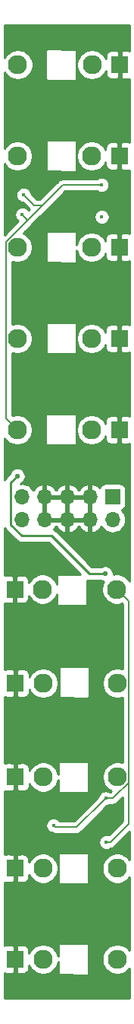
<source format=gbr>
G04 #@! TF.GenerationSoftware,KiCad,Pcbnew,(5.1.2-1)-1*
G04 #@! TF.CreationDate,2020-08-10T22:20:09-07:00*
G04 #@! TF.ProjectId,active_dual_mult,61637469-7665-45f6-9475-616c5f6d756c,rev?*
G04 #@! TF.SameCoordinates,Original*
G04 #@! TF.FileFunction,Copper,L2,Bot*
G04 #@! TF.FilePolarity,Positive*
%FSLAX46Y46*%
G04 Gerber Fmt 4.6, Leading zero omitted, Abs format (unit mm)*
G04 Created by KiCad (PCBNEW (5.1.2-1)-1) date 2020-08-10 22:20:09*
%MOMM*%
%LPD*%
G04 APERTURE LIST*
%ADD10C,2.130000*%
%ADD11R,1.830000X1.930000*%
%ADD12O,1.700000X1.700000*%
%ADD13R,1.700000X1.700000*%
%ADD14C,0.540000*%
%ADD15C,0.450000*%
%ADD16C,0.254000*%
%ADD17C,0.127000*%
G04 APERTURE END LIST*
D10*
X165959000Y-85115400D03*
D11*
X154559000Y-85115400D03*
D10*
X157659000Y-85115400D03*
D12*
X155346400Y-77368400D03*
X155346400Y-74828400D03*
X157886400Y-77368400D03*
X157886400Y-74828400D03*
X160426400Y-77368400D03*
X160426400Y-74828400D03*
X162966400Y-77368400D03*
X162966400Y-74828400D03*
X165506400Y-77368400D03*
D13*
X165506400Y-74828400D03*
D10*
X163143000Y-67386200D03*
D11*
X166243000Y-67386200D03*
D10*
X154843000Y-67386200D03*
X163143000Y-57226200D03*
D11*
X166243000Y-57226200D03*
D10*
X154843000Y-57226200D03*
X154843000Y-47066200D03*
D11*
X166243000Y-47066200D03*
D10*
X163143000Y-47066200D03*
X154868400Y-36906200D03*
D11*
X166268400Y-36906200D03*
D10*
X163168400Y-36906200D03*
X163193800Y-26746200D03*
D11*
X166293800Y-26746200D03*
D10*
X154893800Y-26746200D03*
X166035200Y-95580200D03*
D11*
X154635200Y-95580200D03*
D10*
X157735200Y-95580200D03*
X157709800Y-116179600D03*
D11*
X154609800Y-116179600D03*
D10*
X166009800Y-116179600D03*
X166009800Y-126288800D03*
D11*
X154609800Y-126288800D03*
D10*
X157709800Y-126288800D03*
X157735200Y-106019600D03*
D11*
X154635200Y-106019600D03*
D10*
X166035200Y-106019600D03*
D14*
X164668200Y-83388200D03*
X154838400Y-72517000D03*
D15*
X164338000Y-52476400D03*
X165227000Y-30073600D03*
X157124400Y-38125400D03*
X159029400Y-39420800D03*
X156743400Y-23596600D03*
X160299400Y-23647400D03*
X164465000Y-23596600D03*
X165049200Y-62306200D03*
D14*
X161848800Y-79679800D03*
X158775400Y-81432400D03*
D15*
X164287200Y-107238800D03*
X157657800Y-60680600D03*
X164261800Y-40132000D03*
X164287200Y-43688000D03*
X155397200Y-43408600D03*
X155549600Y-41224200D03*
X164719000Y-108381800D03*
X164795200Y-113258600D03*
X158877000Y-111379000D03*
D16*
X154115399Y-77959281D02*
X154115399Y-73240001D01*
X155327918Y-79171800D02*
X154115399Y-77959281D01*
X158653830Y-79171800D02*
X155327918Y-79171800D01*
X162870230Y-83388200D02*
X158653830Y-79171800D01*
X164668200Y-83388200D02*
X162870230Y-83388200D01*
X154115399Y-73240001D02*
X154838400Y-72517000D01*
D17*
X163943602Y-40132000D02*
X164261800Y-40132000D01*
X159919058Y-40132000D02*
X163943602Y-40132000D01*
X153587499Y-66130699D02*
X153587499Y-46463559D01*
X154843000Y-67386200D02*
X153587499Y-66130699D01*
X155880129Y-44170929D02*
X155880129Y-43891529D01*
X153587499Y-46463559D02*
X155880129Y-44170929D01*
X155880129Y-43891529D02*
X155397200Y-43408600D01*
X157620029Y-42431029D02*
X156756429Y-42431029D01*
X155880129Y-44170929D02*
X157620029Y-42431029D01*
X156756429Y-42431029D02*
X155549600Y-41224200D01*
X157620029Y-42431029D02*
X159919058Y-40132000D01*
X165531142Y-108381800D02*
X164719000Y-108381800D01*
X165959000Y-85115400D02*
X167290701Y-86447101D01*
X167290701Y-106622241D02*
X165785471Y-108127471D01*
X165785471Y-108127471D02*
X165531142Y-108381800D01*
X165950571Y-107962371D02*
X165785471Y-108127471D01*
X164795200Y-113258600D02*
X165227000Y-113258600D01*
X167290701Y-111194899D02*
X167290701Y-106559301D01*
X165227000Y-113258600D02*
X167290701Y-111194899D01*
X167290701Y-106559301D02*
X167290701Y-106622241D01*
X167290701Y-86447101D02*
X167290701Y-106559301D01*
X164494001Y-108606799D02*
X164719000Y-108381800D01*
X161496801Y-111603999D02*
X164494001Y-108606799D01*
X159101999Y-111603999D02*
X161496801Y-111603999D01*
X158877000Y-111379000D02*
X159101999Y-111603999D01*
D16*
G36*
X153478754Y-78384673D02*
G01*
X153508424Y-78420826D01*
X153573977Y-78500703D01*
X153603053Y-78524565D01*
X154762638Y-79684151D01*
X154786496Y-79713222D01*
X154815566Y-79737079D01*
X154902525Y-79808445D01*
X154973282Y-79846265D01*
X155034903Y-79879202D01*
X155178540Y-79922774D01*
X155290492Y-79933800D01*
X155290495Y-79933800D01*
X155327918Y-79937486D01*
X155365341Y-79933800D01*
X158338200Y-79933800D01*
X161863382Y-83458983D01*
X159386024Y-83439004D01*
X159360224Y-83441440D01*
X159336399Y-83448667D01*
X159314443Y-83460403D01*
X159295197Y-83476197D01*
X159279403Y-83495443D01*
X159267667Y-83517399D01*
X159260440Y-83541224D01*
X159258000Y-83566000D01*
X159258000Y-84533413D01*
X159165521Y-84310148D01*
X158979477Y-84031713D01*
X158742687Y-83794923D01*
X158464252Y-83608879D01*
X158154872Y-83480730D01*
X157826435Y-83415400D01*
X157491565Y-83415400D01*
X157163128Y-83480730D01*
X156853748Y-83608879D01*
X156575313Y-83794923D01*
X156338523Y-84031713D01*
X156152479Y-84310148D01*
X156110895Y-84410540D01*
X156112072Y-84150400D01*
X156099812Y-84025918D01*
X156063502Y-83906220D01*
X156004537Y-83795906D01*
X155925185Y-83699215D01*
X155828494Y-83619863D01*
X155718180Y-83560898D01*
X155598482Y-83524588D01*
X155474000Y-83512328D01*
X154844750Y-83515400D01*
X154686000Y-83674150D01*
X154686000Y-84988400D01*
X154706000Y-84988400D01*
X154706000Y-85242400D01*
X154686000Y-85242400D01*
X154686000Y-86556650D01*
X154844750Y-86715400D01*
X155474000Y-86718472D01*
X155598482Y-86706212D01*
X155718180Y-86669902D01*
X155828494Y-86610937D01*
X155925185Y-86531585D01*
X156004537Y-86434894D01*
X156063502Y-86324580D01*
X156099812Y-86204882D01*
X156112072Y-86080400D01*
X156110895Y-85820260D01*
X156152479Y-85920652D01*
X156338523Y-86199087D01*
X156575313Y-86435877D01*
X156853748Y-86621921D01*
X157163128Y-86750070D01*
X157491565Y-86815400D01*
X157826435Y-86815400D01*
X158154872Y-86750070D01*
X158464252Y-86621921D01*
X158742687Y-86435877D01*
X158979477Y-86199087D01*
X159165521Y-85920652D01*
X159258000Y-85697387D01*
X159258000Y-86791800D01*
X159260057Y-86814564D01*
X159266899Y-86838502D01*
X159278279Y-86860645D01*
X159293761Y-86880143D01*
X159312749Y-86896245D01*
X159334513Y-86908334D01*
X159358218Y-86915944D01*
X159382952Y-86918783D01*
X162532552Y-86969583D01*
X162559376Y-86967160D01*
X162583201Y-86959933D01*
X162605157Y-86948197D01*
X162624403Y-86932403D01*
X162640197Y-86913157D01*
X162651933Y-86891201D01*
X162659160Y-86867376D01*
X162661600Y-86842600D01*
X162661600Y-84121200D01*
X162720852Y-84139174D01*
X162832804Y-84150200D01*
X162832806Y-84150200D01*
X162870229Y-84153886D01*
X162907652Y-84150200D01*
X164179657Y-84150200D01*
X164239522Y-84190201D01*
X164404221Y-84258421D01*
X164477325Y-84272963D01*
X164452479Y-84310148D01*
X164324330Y-84619528D01*
X164259000Y-84947965D01*
X164259000Y-85282835D01*
X164324330Y-85611272D01*
X164452479Y-85920652D01*
X164638523Y-86199087D01*
X164875313Y-86435877D01*
X165153748Y-86621921D01*
X165463128Y-86750070D01*
X165791565Y-86815400D01*
X166126435Y-86815400D01*
X166454872Y-86750070D01*
X166561624Y-86705852D01*
X166592201Y-86736429D01*
X166592201Y-93970851D01*
X166531072Y-93945530D01*
X166202635Y-93880200D01*
X165867765Y-93880200D01*
X165539328Y-93945530D01*
X165229948Y-94073679D01*
X164951513Y-94259723D01*
X164714723Y-94496513D01*
X164528679Y-94774948D01*
X164400530Y-95084328D01*
X164335200Y-95412765D01*
X164335200Y-95747635D01*
X164400530Y-96076072D01*
X164528679Y-96385452D01*
X164714723Y-96663887D01*
X164951513Y-96900677D01*
X165229948Y-97086721D01*
X165539328Y-97214870D01*
X165867765Y-97280200D01*
X166202635Y-97280200D01*
X166531072Y-97214870D01*
X166592202Y-97189549D01*
X166592202Y-104410251D01*
X166531072Y-104384930D01*
X166202635Y-104319600D01*
X165867765Y-104319600D01*
X165539328Y-104384930D01*
X165229948Y-104513079D01*
X164951513Y-104699123D01*
X164714723Y-104935913D01*
X164528679Y-105214348D01*
X164400530Y-105523728D01*
X164335200Y-105852165D01*
X164335200Y-106187035D01*
X164400530Y-106515472D01*
X164528679Y-106824852D01*
X164714723Y-107103287D01*
X164951513Y-107340077D01*
X165229948Y-107526121D01*
X165349482Y-107575633D01*
X165241815Y-107683300D01*
X165221579Y-107683300D01*
X165126363Y-107619678D01*
X164969853Y-107554849D01*
X164803703Y-107521800D01*
X164634297Y-107521800D01*
X164468147Y-107554849D01*
X164311637Y-107619678D01*
X164170782Y-107713795D01*
X164050995Y-107833582D01*
X163956878Y-107974437D01*
X163892049Y-108130947D01*
X163869708Y-108243264D01*
X161207474Y-110905499D01*
X159594930Y-110905499D01*
X159545005Y-110830782D01*
X159425218Y-110710995D01*
X159284363Y-110616878D01*
X159127853Y-110552049D01*
X158961703Y-110519000D01*
X158792297Y-110519000D01*
X158626147Y-110552049D01*
X158469637Y-110616878D01*
X158328782Y-110710995D01*
X158208995Y-110830782D01*
X158114878Y-110971637D01*
X158050049Y-111128147D01*
X158017000Y-111294297D01*
X158017000Y-111463703D01*
X158050049Y-111629853D01*
X158114878Y-111786363D01*
X158208995Y-111927218D01*
X158328782Y-112047005D01*
X158469637Y-112141122D01*
X158626147Y-112205951D01*
X158792297Y-112239000D01*
X158808237Y-112239000D01*
X158833402Y-112252451D01*
X158965069Y-112292392D01*
X159067690Y-112302499D01*
X159067701Y-112302499D01*
X159101999Y-112305877D01*
X159136297Y-112302499D01*
X161462503Y-112302499D01*
X161496801Y-112305877D01*
X161531099Y-112302499D01*
X161531110Y-112302499D01*
X161633731Y-112292392D01*
X161765398Y-112252451D01*
X161886744Y-112187590D01*
X161993104Y-112100302D01*
X162014976Y-112073651D01*
X164857536Y-109231092D01*
X164969853Y-109208751D01*
X165126363Y-109143922D01*
X165221579Y-109080300D01*
X165496844Y-109080300D01*
X165531142Y-109083678D01*
X165565440Y-109080300D01*
X165565451Y-109080300D01*
X165668072Y-109070193D01*
X165799739Y-109030252D01*
X165921085Y-108965391D01*
X166027445Y-108878103D01*
X166049317Y-108851452D01*
X166303645Y-108597124D01*
X166592202Y-108308568D01*
X166592201Y-110905571D01*
X165060245Y-112437528D01*
X165046053Y-112431649D01*
X164879903Y-112398600D01*
X164710497Y-112398600D01*
X164544347Y-112431649D01*
X164387837Y-112496478D01*
X164246982Y-112590595D01*
X164127195Y-112710382D01*
X164033078Y-112851237D01*
X163968249Y-113007747D01*
X163935200Y-113173897D01*
X163935200Y-113343303D01*
X163968249Y-113509453D01*
X164033078Y-113665963D01*
X164127195Y-113806818D01*
X164246982Y-113926605D01*
X164387837Y-114020722D01*
X164544347Y-114085551D01*
X164710497Y-114118600D01*
X164879903Y-114118600D01*
X165046053Y-114085551D01*
X165202563Y-114020722D01*
X165304084Y-113952887D01*
X165363930Y-113946993D01*
X165495597Y-113907052D01*
X165616943Y-113842191D01*
X165723303Y-113754903D01*
X165745175Y-113728252D01*
X167390857Y-112082571D01*
X167390138Y-115185502D01*
X167330277Y-115095913D01*
X167093487Y-114859123D01*
X166815052Y-114673079D01*
X166505672Y-114544930D01*
X166177235Y-114479600D01*
X165842365Y-114479600D01*
X165513928Y-114544930D01*
X165204548Y-114673079D01*
X164926113Y-114859123D01*
X164689323Y-115095913D01*
X164503279Y-115374348D01*
X164375130Y-115683728D01*
X164309800Y-116012165D01*
X164309800Y-116347035D01*
X164375130Y-116675472D01*
X164503279Y-116984852D01*
X164689323Y-117263287D01*
X164926113Y-117500077D01*
X165204548Y-117686121D01*
X165513928Y-117814270D01*
X165842365Y-117879600D01*
X166177235Y-117879600D01*
X166505672Y-117814270D01*
X166815052Y-117686121D01*
X167093487Y-117500077D01*
X167330277Y-117263287D01*
X167389677Y-117174388D01*
X167387797Y-125291198D01*
X167330277Y-125205113D01*
X167093487Y-124968323D01*
X166815052Y-124782279D01*
X166505672Y-124654130D01*
X166177235Y-124588800D01*
X165842365Y-124588800D01*
X165513928Y-124654130D01*
X165204548Y-124782279D01*
X164926113Y-124968323D01*
X164689323Y-125205113D01*
X164503279Y-125483548D01*
X164375130Y-125792928D01*
X164309800Y-126121365D01*
X164309800Y-126456235D01*
X164375130Y-126784672D01*
X164503279Y-127094052D01*
X164689323Y-127372487D01*
X164926113Y-127609277D01*
X165204548Y-127795321D01*
X165513928Y-127923470D01*
X165842365Y-127988800D01*
X166177235Y-127988800D01*
X166505672Y-127923470D01*
X166815052Y-127795321D01*
X167093487Y-127609277D01*
X167330277Y-127372487D01*
X167387334Y-127287094D01*
X167386553Y-130658000D01*
X153440693Y-130658000D01*
X153439385Y-127837297D01*
X153450620Y-127843302D01*
X153570318Y-127879612D01*
X153694800Y-127891872D01*
X154324050Y-127888800D01*
X154482800Y-127730050D01*
X154482800Y-126415800D01*
X154462800Y-126415800D01*
X154462800Y-126161800D01*
X154482800Y-126161800D01*
X154482800Y-124847550D01*
X154736800Y-124847550D01*
X154736800Y-126161800D01*
X154756800Y-126161800D01*
X154756800Y-126415800D01*
X154736800Y-126415800D01*
X154736800Y-127730050D01*
X154895550Y-127888800D01*
X155524800Y-127891872D01*
X155649282Y-127879612D01*
X155768980Y-127843302D01*
X155879294Y-127784337D01*
X155975985Y-127704985D01*
X156055337Y-127608294D01*
X156114302Y-127497980D01*
X156150612Y-127378282D01*
X156162872Y-127253800D01*
X156161695Y-126993660D01*
X156203279Y-127094052D01*
X156389323Y-127372487D01*
X156626113Y-127609277D01*
X156904548Y-127795321D01*
X157213928Y-127923470D01*
X157542365Y-127988800D01*
X157877235Y-127988800D01*
X158205672Y-127923470D01*
X158515052Y-127795321D01*
X158793487Y-127609277D01*
X159030277Y-127372487D01*
X159216321Y-127094052D01*
X159344470Y-126784672D01*
X159385000Y-126580913D01*
X159385000Y-127889000D01*
X159387057Y-127911764D01*
X159393899Y-127935702D01*
X159405279Y-127957845D01*
X159420761Y-127977343D01*
X159439749Y-127993445D01*
X159461513Y-128005534D01*
X159485218Y-128013144D01*
X159509952Y-128015983D01*
X162659552Y-128066783D01*
X162686376Y-128064360D01*
X162710201Y-128057133D01*
X162732157Y-128045397D01*
X162751403Y-128029603D01*
X162767197Y-128010357D01*
X162778933Y-127988401D01*
X162786160Y-127964576D01*
X162788600Y-127939800D01*
X162788600Y-124688600D01*
X162786355Y-124664829D01*
X162779321Y-124640947D01*
X162767762Y-124618896D01*
X162752124Y-124599525D01*
X162733007Y-124583576D01*
X162711145Y-124571663D01*
X162687380Y-124564244D01*
X162662624Y-124561604D01*
X159513024Y-124536204D01*
X159487224Y-124538640D01*
X159463399Y-124545867D01*
X159441443Y-124557603D01*
X159422197Y-124573397D01*
X159406403Y-124592643D01*
X159394667Y-124614599D01*
X159387440Y-124638424D01*
X159385000Y-124663200D01*
X159385000Y-125996687D01*
X159344470Y-125792928D01*
X159216321Y-125483548D01*
X159030277Y-125205113D01*
X158793487Y-124968323D01*
X158515052Y-124782279D01*
X158205672Y-124654130D01*
X157877235Y-124588800D01*
X157542365Y-124588800D01*
X157213928Y-124654130D01*
X156904548Y-124782279D01*
X156626113Y-124968323D01*
X156389323Y-125205113D01*
X156203279Y-125483548D01*
X156161695Y-125583940D01*
X156162872Y-125323800D01*
X156150612Y-125199318D01*
X156114302Y-125079620D01*
X156055337Y-124969306D01*
X155975985Y-124872615D01*
X155879294Y-124793263D01*
X155768980Y-124734298D01*
X155649282Y-124697988D01*
X155524800Y-124685728D01*
X154895550Y-124688800D01*
X154736800Y-124847550D01*
X154482800Y-124847550D01*
X154324050Y-124688800D01*
X153694800Y-124685728D01*
X153570318Y-124697988D01*
X153450620Y-124734298D01*
X153437949Y-124741071D01*
X153434696Y-117725590D01*
X153450620Y-117734102D01*
X153570318Y-117770412D01*
X153694800Y-117782672D01*
X154324050Y-117779600D01*
X154482800Y-117620850D01*
X154482800Y-116306600D01*
X154462800Y-116306600D01*
X154462800Y-116052600D01*
X154482800Y-116052600D01*
X154482800Y-114738350D01*
X154736800Y-114738350D01*
X154736800Y-116052600D01*
X154756800Y-116052600D01*
X154756800Y-116306600D01*
X154736800Y-116306600D01*
X154736800Y-117620850D01*
X154895550Y-117779600D01*
X155524800Y-117782672D01*
X155649282Y-117770412D01*
X155768980Y-117734102D01*
X155879294Y-117675137D01*
X155975985Y-117595785D01*
X156055337Y-117499094D01*
X156114302Y-117388780D01*
X156150612Y-117269082D01*
X156162872Y-117144600D01*
X156161695Y-116884460D01*
X156203279Y-116984852D01*
X156389323Y-117263287D01*
X156626113Y-117500077D01*
X156904548Y-117686121D01*
X157213928Y-117814270D01*
X157542365Y-117879600D01*
X157877235Y-117879600D01*
X158205672Y-117814270D01*
X158515052Y-117686121D01*
X158793487Y-117500077D01*
X159030277Y-117263287D01*
X159216321Y-116984852D01*
X159344470Y-116675472D01*
X159409800Y-116347035D01*
X159409800Y-116012165D01*
X159344470Y-115683728D01*
X159216321Y-115374348D01*
X159030277Y-115095913D01*
X158793487Y-114859123D01*
X158515052Y-114673079D01*
X158227569Y-114554000D01*
X159410400Y-114554000D01*
X159410400Y-117779800D01*
X159412457Y-117802564D01*
X159419299Y-117826502D01*
X159430679Y-117848645D01*
X159446161Y-117868143D01*
X159465149Y-117884245D01*
X159486913Y-117896334D01*
X159510618Y-117903944D01*
X159535352Y-117906783D01*
X162684952Y-117957583D01*
X162711776Y-117955160D01*
X162735601Y-117947933D01*
X162757557Y-117936197D01*
X162776803Y-117920403D01*
X162792597Y-117901157D01*
X162804333Y-117879201D01*
X162811560Y-117855376D01*
X162814000Y-117830600D01*
X162814000Y-114579400D01*
X162811755Y-114555629D01*
X162804721Y-114531747D01*
X162793162Y-114509696D01*
X162777524Y-114490325D01*
X162758407Y-114474376D01*
X162736545Y-114462463D01*
X162712780Y-114455044D01*
X162688024Y-114452404D01*
X159538424Y-114427004D01*
X159512624Y-114429440D01*
X159488799Y-114436667D01*
X159466843Y-114448403D01*
X159447597Y-114464197D01*
X159431803Y-114483443D01*
X159420067Y-114505399D01*
X159412840Y-114529224D01*
X159410400Y-114554000D01*
X158227569Y-114554000D01*
X158205672Y-114544930D01*
X157877235Y-114479600D01*
X157542365Y-114479600D01*
X157213928Y-114544930D01*
X156904548Y-114673079D01*
X156626113Y-114859123D01*
X156389323Y-115095913D01*
X156203279Y-115374348D01*
X156161695Y-115474740D01*
X156162872Y-115214600D01*
X156150612Y-115090118D01*
X156114302Y-114970420D01*
X156055337Y-114860106D01*
X155975985Y-114763415D01*
X155879294Y-114684063D01*
X155768980Y-114625098D01*
X155649282Y-114588788D01*
X155524800Y-114576528D01*
X154895550Y-114579600D01*
X154736800Y-114738350D01*
X154482800Y-114738350D01*
X154324050Y-114579600D01*
X153694800Y-114576528D01*
X153570318Y-114588788D01*
X153450620Y-114625098D01*
X153433263Y-114634376D01*
X153429977Y-107549491D01*
X153476020Y-107574102D01*
X153595718Y-107610412D01*
X153720200Y-107622672D01*
X154349450Y-107619600D01*
X154508200Y-107460850D01*
X154508200Y-106146600D01*
X154488200Y-106146600D01*
X154488200Y-105892600D01*
X154508200Y-105892600D01*
X154508200Y-104578350D01*
X154762200Y-104578350D01*
X154762200Y-105892600D01*
X154782200Y-105892600D01*
X154782200Y-106146600D01*
X154762200Y-106146600D01*
X154762200Y-107460850D01*
X154920950Y-107619600D01*
X155550200Y-107622672D01*
X155674682Y-107610412D01*
X155794380Y-107574102D01*
X155904694Y-107515137D01*
X156001385Y-107435785D01*
X156080737Y-107339094D01*
X156139702Y-107228780D01*
X156176012Y-107109082D01*
X156188272Y-106984600D01*
X156187095Y-106724460D01*
X156228679Y-106824852D01*
X156414723Y-107103287D01*
X156651513Y-107340077D01*
X156929948Y-107526121D01*
X157239328Y-107654270D01*
X157567765Y-107719600D01*
X157902635Y-107719600D01*
X158231072Y-107654270D01*
X158540452Y-107526121D01*
X158818887Y-107340077D01*
X159055677Y-107103287D01*
X159241721Y-106824852D01*
X159369870Y-106515472D01*
X159410400Y-106311713D01*
X159410400Y-107619800D01*
X159412457Y-107642564D01*
X159419299Y-107666502D01*
X159430679Y-107688645D01*
X159446161Y-107708143D01*
X159465149Y-107724245D01*
X159486913Y-107736334D01*
X159510618Y-107743944D01*
X159535352Y-107746783D01*
X162684952Y-107797583D01*
X162711776Y-107795160D01*
X162735601Y-107787933D01*
X162757557Y-107776197D01*
X162776803Y-107760403D01*
X162792597Y-107741157D01*
X162804333Y-107719201D01*
X162811560Y-107695376D01*
X162814000Y-107670600D01*
X162814000Y-104419400D01*
X162811755Y-104395629D01*
X162804721Y-104371747D01*
X162793162Y-104349696D01*
X162777524Y-104330325D01*
X162758407Y-104314376D01*
X162736545Y-104302463D01*
X162712780Y-104295044D01*
X162688024Y-104292404D01*
X159538424Y-104267004D01*
X159512624Y-104269440D01*
X159488799Y-104276667D01*
X159466843Y-104288403D01*
X159447597Y-104304197D01*
X159431803Y-104323443D01*
X159420067Y-104345399D01*
X159412840Y-104369224D01*
X159410400Y-104394000D01*
X159410400Y-105727487D01*
X159369870Y-105523728D01*
X159241721Y-105214348D01*
X159055677Y-104935913D01*
X158818887Y-104699123D01*
X158540452Y-104513079D01*
X158231072Y-104384930D01*
X157902635Y-104319600D01*
X157567765Y-104319600D01*
X157239328Y-104384930D01*
X156929948Y-104513079D01*
X156651513Y-104699123D01*
X156414723Y-104935913D01*
X156228679Y-105214348D01*
X156187095Y-105314740D01*
X156188272Y-105054600D01*
X156176012Y-104930118D01*
X156139702Y-104810420D01*
X156080737Y-104700106D01*
X156001385Y-104603415D01*
X155904694Y-104524063D01*
X155794380Y-104465098D01*
X155674682Y-104428788D01*
X155550200Y-104416528D01*
X154920950Y-104419600D01*
X154762200Y-104578350D01*
X154508200Y-104578350D01*
X154349450Y-104419600D01*
X153720200Y-104416528D01*
X153595718Y-104428788D01*
X153476020Y-104465098D01*
X153428559Y-104490467D01*
X153425135Y-97107503D01*
X153476020Y-97134702D01*
X153595718Y-97171012D01*
X153720200Y-97183272D01*
X154349450Y-97180200D01*
X154508200Y-97021450D01*
X154508200Y-95707200D01*
X154488200Y-95707200D01*
X154488200Y-95453200D01*
X154508200Y-95453200D01*
X154508200Y-94138950D01*
X154762200Y-94138950D01*
X154762200Y-95453200D01*
X154782200Y-95453200D01*
X154782200Y-95707200D01*
X154762200Y-95707200D01*
X154762200Y-97021450D01*
X154920950Y-97180200D01*
X155550200Y-97183272D01*
X155674682Y-97171012D01*
X155794380Y-97134702D01*
X155904694Y-97075737D01*
X156001385Y-96996385D01*
X156080737Y-96899694D01*
X156139702Y-96789380D01*
X156176012Y-96669682D01*
X156188272Y-96545200D01*
X156187095Y-96285060D01*
X156228679Y-96385452D01*
X156414723Y-96663887D01*
X156651513Y-96900677D01*
X156929948Y-97086721D01*
X157239328Y-97214870D01*
X157567765Y-97280200D01*
X157902635Y-97280200D01*
X158231072Y-97214870D01*
X158540452Y-97086721D01*
X158818887Y-96900677D01*
X159055677Y-96663887D01*
X159241721Y-96385452D01*
X159369870Y-96076072D01*
X159435200Y-95747635D01*
X159435200Y-95412765D01*
X159369870Y-95084328D01*
X159241721Y-94774948D01*
X159055677Y-94496513D01*
X158818887Y-94259723D01*
X158540452Y-94073679D01*
X158231072Y-93945530D01*
X157902635Y-93880200D01*
X157567765Y-93880200D01*
X157239328Y-93945530D01*
X156929948Y-94073679D01*
X156651513Y-94259723D01*
X156414723Y-94496513D01*
X156228679Y-94774948D01*
X156187095Y-94875340D01*
X156188272Y-94615200D01*
X156176012Y-94490718D01*
X156139702Y-94371020D01*
X156080737Y-94260706D01*
X156001385Y-94164015D01*
X155904694Y-94084663D01*
X155794380Y-94025698D01*
X155674682Y-93989388D01*
X155550200Y-93977128D01*
X154920950Y-93980200D01*
X154762200Y-94138950D01*
X154508200Y-94138950D01*
X154349450Y-93980200D01*
X153720200Y-93977128D01*
X153595718Y-93989388D01*
X153476020Y-94025698D01*
X153423719Y-94053654D01*
X153423610Y-93818248D01*
X159490957Y-93818248D01*
X159490957Y-97044048D01*
X159493014Y-97066812D01*
X159499856Y-97090750D01*
X159511236Y-97112893D01*
X159526718Y-97132391D01*
X159545706Y-97148493D01*
X159567470Y-97160582D01*
X159591175Y-97168192D01*
X159615909Y-97171031D01*
X162765509Y-97221831D01*
X162792333Y-97219408D01*
X162816158Y-97212181D01*
X162838114Y-97200445D01*
X162857360Y-97184651D01*
X162873154Y-97165405D01*
X162884890Y-97143449D01*
X162892117Y-97119624D01*
X162894557Y-97094848D01*
X162894557Y-93843648D01*
X162892312Y-93819877D01*
X162885278Y-93795995D01*
X162873719Y-93773944D01*
X162858081Y-93754573D01*
X162838964Y-93738624D01*
X162817102Y-93726711D01*
X162793337Y-93719292D01*
X162768581Y-93716652D01*
X159618981Y-93691252D01*
X159593181Y-93693688D01*
X159569356Y-93700915D01*
X159547400Y-93712651D01*
X159528154Y-93728445D01*
X159512360Y-93747691D01*
X159500624Y-93769647D01*
X159493397Y-93793472D01*
X159490957Y-93818248D01*
X153423610Y-93818248D01*
X153420298Y-86676114D01*
X153519518Y-86706212D01*
X153644000Y-86718472D01*
X154273250Y-86715400D01*
X154432000Y-86556650D01*
X154432000Y-85242400D01*
X154412000Y-85242400D01*
X154412000Y-84988400D01*
X154432000Y-84988400D01*
X154432000Y-83674150D01*
X154273250Y-83515400D01*
X153644000Y-83512328D01*
X153519518Y-83524588D01*
X153418851Y-83555125D01*
X153416399Y-78268014D01*
X153478754Y-78384673D01*
X153478754Y-78384673D01*
G37*
X153478754Y-78384673D02*
X153508424Y-78420826D01*
X153573977Y-78500703D01*
X153603053Y-78524565D01*
X154762638Y-79684151D01*
X154786496Y-79713222D01*
X154815566Y-79737079D01*
X154902525Y-79808445D01*
X154973282Y-79846265D01*
X155034903Y-79879202D01*
X155178540Y-79922774D01*
X155290492Y-79933800D01*
X155290495Y-79933800D01*
X155327918Y-79937486D01*
X155365341Y-79933800D01*
X158338200Y-79933800D01*
X161863382Y-83458983D01*
X159386024Y-83439004D01*
X159360224Y-83441440D01*
X159336399Y-83448667D01*
X159314443Y-83460403D01*
X159295197Y-83476197D01*
X159279403Y-83495443D01*
X159267667Y-83517399D01*
X159260440Y-83541224D01*
X159258000Y-83566000D01*
X159258000Y-84533413D01*
X159165521Y-84310148D01*
X158979477Y-84031713D01*
X158742687Y-83794923D01*
X158464252Y-83608879D01*
X158154872Y-83480730D01*
X157826435Y-83415400D01*
X157491565Y-83415400D01*
X157163128Y-83480730D01*
X156853748Y-83608879D01*
X156575313Y-83794923D01*
X156338523Y-84031713D01*
X156152479Y-84310148D01*
X156110895Y-84410540D01*
X156112072Y-84150400D01*
X156099812Y-84025918D01*
X156063502Y-83906220D01*
X156004537Y-83795906D01*
X155925185Y-83699215D01*
X155828494Y-83619863D01*
X155718180Y-83560898D01*
X155598482Y-83524588D01*
X155474000Y-83512328D01*
X154844750Y-83515400D01*
X154686000Y-83674150D01*
X154686000Y-84988400D01*
X154706000Y-84988400D01*
X154706000Y-85242400D01*
X154686000Y-85242400D01*
X154686000Y-86556650D01*
X154844750Y-86715400D01*
X155474000Y-86718472D01*
X155598482Y-86706212D01*
X155718180Y-86669902D01*
X155828494Y-86610937D01*
X155925185Y-86531585D01*
X156004537Y-86434894D01*
X156063502Y-86324580D01*
X156099812Y-86204882D01*
X156112072Y-86080400D01*
X156110895Y-85820260D01*
X156152479Y-85920652D01*
X156338523Y-86199087D01*
X156575313Y-86435877D01*
X156853748Y-86621921D01*
X157163128Y-86750070D01*
X157491565Y-86815400D01*
X157826435Y-86815400D01*
X158154872Y-86750070D01*
X158464252Y-86621921D01*
X158742687Y-86435877D01*
X158979477Y-86199087D01*
X159165521Y-85920652D01*
X159258000Y-85697387D01*
X159258000Y-86791800D01*
X159260057Y-86814564D01*
X159266899Y-86838502D01*
X159278279Y-86860645D01*
X159293761Y-86880143D01*
X159312749Y-86896245D01*
X159334513Y-86908334D01*
X159358218Y-86915944D01*
X159382952Y-86918783D01*
X162532552Y-86969583D01*
X162559376Y-86967160D01*
X162583201Y-86959933D01*
X162605157Y-86948197D01*
X162624403Y-86932403D01*
X162640197Y-86913157D01*
X162651933Y-86891201D01*
X162659160Y-86867376D01*
X162661600Y-86842600D01*
X162661600Y-84121200D01*
X162720852Y-84139174D01*
X162832804Y-84150200D01*
X162832806Y-84150200D01*
X162870229Y-84153886D01*
X162907652Y-84150200D01*
X164179657Y-84150200D01*
X164239522Y-84190201D01*
X164404221Y-84258421D01*
X164477325Y-84272963D01*
X164452479Y-84310148D01*
X164324330Y-84619528D01*
X164259000Y-84947965D01*
X164259000Y-85282835D01*
X164324330Y-85611272D01*
X164452479Y-85920652D01*
X164638523Y-86199087D01*
X164875313Y-86435877D01*
X165153748Y-86621921D01*
X165463128Y-86750070D01*
X165791565Y-86815400D01*
X166126435Y-86815400D01*
X166454872Y-86750070D01*
X166561624Y-86705852D01*
X166592201Y-86736429D01*
X166592201Y-93970851D01*
X166531072Y-93945530D01*
X166202635Y-93880200D01*
X165867765Y-93880200D01*
X165539328Y-93945530D01*
X165229948Y-94073679D01*
X164951513Y-94259723D01*
X164714723Y-94496513D01*
X164528679Y-94774948D01*
X164400530Y-95084328D01*
X164335200Y-95412765D01*
X164335200Y-95747635D01*
X164400530Y-96076072D01*
X164528679Y-96385452D01*
X164714723Y-96663887D01*
X164951513Y-96900677D01*
X165229948Y-97086721D01*
X165539328Y-97214870D01*
X165867765Y-97280200D01*
X166202635Y-97280200D01*
X166531072Y-97214870D01*
X166592202Y-97189549D01*
X166592202Y-104410251D01*
X166531072Y-104384930D01*
X166202635Y-104319600D01*
X165867765Y-104319600D01*
X165539328Y-104384930D01*
X165229948Y-104513079D01*
X164951513Y-104699123D01*
X164714723Y-104935913D01*
X164528679Y-105214348D01*
X164400530Y-105523728D01*
X164335200Y-105852165D01*
X164335200Y-106187035D01*
X164400530Y-106515472D01*
X164528679Y-106824852D01*
X164714723Y-107103287D01*
X164951513Y-107340077D01*
X165229948Y-107526121D01*
X165349482Y-107575633D01*
X165241815Y-107683300D01*
X165221579Y-107683300D01*
X165126363Y-107619678D01*
X164969853Y-107554849D01*
X164803703Y-107521800D01*
X164634297Y-107521800D01*
X164468147Y-107554849D01*
X164311637Y-107619678D01*
X164170782Y-107713795D01*
X164050995Y-107833582D01*
X163956878Y-107974437D01*
X163892049Y-108130947D01*
X163869708Y-108243264D01*
X161207474Y-110905499D01*
X159594930Y-110905499D01*
X159545005Y-110830782D01*
X159425218Y-110710995D01*
X159284363Y-110616878D01*
X159127853Y-110552049D01*
X158961703Y-110519000D01*
X158792297Y-110519000D01*
X158626147Y-110552049D01*
X158469637Y-110616878D01*
X158328782Y-110710995D01*
X158208995Y-110830782D01*
X158114878Y-110971637D01*
X158050049Y-111128147D01*
X158017000Y-111294297D01*
X158017000Y-111463703D01*
X158050049Y-111629853D01*
X158114878Y-111786363D01*
X158208995Y-111927218D01*
X158328782Y-112047005D01*
X158469637Y-112141122D01*
X158626147Y-112205951D01*
X158792297Y-112239000D01*
X158808237Y-112239000D01*
X158833402Y-112252451D01*
X158965069Y-112292392D01*
X159067690Y-112302499D01*
X159067701Y-112302499D01*
X159101999Y-112305877D01*
X159136297Y-112302499D01*
X161462503Y-112302499D01*
X161496801Y-112305877D01*
X161531099Y-112302499D01*
X161531110Y-112302499D01*
X161633731Y-112292392D01*
X161765398Y-112252451D01*
X161886744Y-112187590D01*
X161993104Y-112100302D01*
X162014976Y-112073651D01*
X164857536Y-109231092D01*
X164969853Y-109208751D01*
X165126363Y-109143922D01*
X165221579Y-109080300D01*
X165496844Y-109080300D01*
X165531142Y-109083678D01*
X165565440Y-109080300D01*
X165565451Y-109080300D01*
X165668072Y-109070193D01*
X165799739Y-109030252D01*
X165921085Y-108965391D01*
X166027445Y-108878103D01*
X166049317Y-108851452D01*
X166303645Y-108597124D01*
X166592202Y-108308568D01*
X166592201Y-110905571D01*
X165060245Y-112437528D01*
X165046053Y-112431649D01*
X164879903Y-112398600D01*
X164710497Y-112398600D01*
X164544347Y-112431649D01*
X164387837Y-112496478D01*
X164246982Y-112590595D01*
X164127195Y-112710382D01*
X164033078Y-112851237D01*
X163968249Y-113007747D01*
X163935200Y-113173897D01*
X163935200Y-113343303D01*
X163968249Y-113509453D01*
X164033078Y-113665963D01*
X164127195Y-113806818D01*
X164246982Y-113926605D01*
X164387837Y-114020722D01*
X164544347Y-114085551D01*
X164710497Y-114118600D01*
X164879903Y-114118600D01*
X165046053Y-114085551D01*
X165202563Y-114020722D01*
X165304084Y-113952887D01*
X165363930Y-113946993D01*
X165495597Y-113907052D01*
X165616943Y-113842191D01*
X165723303Y-113754903D01*
X165745175Y-113728252D01*
X167390857Y-112082571D01*
X167390138Y-115185502D01*
X167330277Y-115095913D01*
X167093487Y-114859123D01*
X166815052Y-114673079D01*
X166505672Y-114544930D01*
X166177235Y-114479600D01*
X165842365Y-114479600D01*
X165513928Y-114544930D01*
X165204548Y-114673079D01*
X164926113Y-114859123D01*
X164689323Y-115095913D01*
X164503279Y-115374348D01*
X164375130Y-115683728D01*
X164309800Y-116012165D01*
X164309800Y-116347035D01*
X164375130Y-116675472D01*
X164503279Y-116984852D01*
X164689323Y-117263287D01*
X164926113Y-117500077D01*
X165204548Y-117686121D01*
X165513928Y-117814270D01*
X165842365Y-117879600D01*
X166177235Y-117879600D01*
X166505672Y-117814270D01*
X166815052Y-117686121D01*
X167093487Y-117500077D01*
X167330277Y-117263287D01*
X167389677Y-117174388D01*
X167387797Y-125291198D01*
X167330277Y-125205113D01*
X167093487Y-124968323D01*
X166815052Y-124782279D01*
X166505672Y-124654130D01*
X166177235Y-124588800D01*
X165842365Y-124588800D01*
X165513928Y-124654130D01*
X165204548Y-124782279D01*
X164926113Y-124968323D01*
X164689323Y-125205113D01*
X164503279Y-125483548D01*
X164375130Y-125792928D01*
X164309800Y-126121365D01*
X164309800Y-126456235D01*
X164375130Y-126784672D01*
X164503279Y-127094052D01*
X164689323Y-127372487D01*
X164926113Y-127609277D01*
X165204548Y-127795321D01*
X165513928Y-127923470D01*
X165842365Y-127988800D01*
X166177235Y-127988800D01*
X166505672Y-127923470D01*
X166815052Y-127795321D01*
X167093487Y-127609277D01*
X167330277Y-127372487D01*
X167387334Y-127287094D01*
X167386553Y-130658000D01*
X153440693Y-130658000D01*
X153439385Y-127837297D01*
X153450620Y-127843302D01*
X153570318Y-127879612D01*
X153694800Y-127891872D01*
X154324050Y-127888800D01*
X154482800Y-127730050D01*
X154482800Y-126415800D01*
X154462800Y-126415800D01*
X154462800Y-126161800D01*
X154482800Y-126161800D01*
X154482800Y-124847550D01*
X154736800Y-124847550D01*
X154736800Y-126161800D01*
X154756800Y-126161800D01*
X154756800Y-126415800D01*
X154736800Y-126415800D01*
X154736800Y-127730050D01*
X154895550Y-127888800D01*
X155524800Y-127891872D01*
X155649282Y-127879612D01*
X155768980Y-127843302D01*
X155879294Y-127784337D01*
X155975985Y-127704985D01*
X156055337Y-127608294D01*
X156114302Y-127497980D01*
X156150612Y-127378282D01*
X156162872Y-127253800D01*
X156161695Y-126993660D01*
X156203279Y-127094052D01*
X156389323Y-127372487D01*
X156626113Y-127609277D01*
X156904548Y-127795321D01*
X157213928Y-127923470D01*
X157542365Y-127988800D01*
X157877235Y-127988800D01*
X158205672Y-127923470D01*
X158515052Y-127795321D01*
X158793487Y-127609277D01*
X159030277Y-127372487D01*
X159216321Y-127094052D01*
X159344470Y-126784672D01*
X159385000Y-126580913D01*
X159385000Y-127889000D01*
X159387057Y-127911764D01*
X159393899Y-127935702D01*
X159405279Y-127957845D01*
X159420761Y-127977343D01*
X159439749Y-127993445D01*
X159461513Y-128005534D01*
X159485218Y-128013144D01*
X159509952Y-128015983D01*
X162659552Y-128066783D01*
X162686376Y-128064360D01*
X162710201Y-128057133D01*
X162732157Y-128045397D01*
X162751403Y-128029603D01*
X162767197Y-128010357D01*
X162778933Y-127988401D01*
X162786160Y-127964576D01*
X162788600Y-127939800D01*
X162788600Y-124688600D01*
X162786355Y-124664829D01*
X162779321Y-124640947D01*
X162767762Y-124618896D01*
X162752124Y-124599525D01*
X162733007Y-124583576D01*
X162711145Y-124571663D01*
X162687380Y-124564244D01*
X162662624Y-124561604D01*
X159513024Y-124536204D01*
X159487224Y-124538640D01*
X159463399Y-124545867D01*
X159441443Y-124557603D01*
X159422197Y-124573397D01*
X159406403Y-124592643D01*
X159394667Y-124614599D01*
X159387440Y-124638424D01*
X159385000Y-124663200D01*
X159385000Y-125996687D01*
X159344470Y-125792928D01*
X159216321Y-125483548D01*
X159030277Y-125205113D01*
X158793487Y-124968323D01*
X158515052Y-124782279D01*
X158205672Y-124654130D01*
X157877235Y-124588800D01*
X157542365Y-124588800D01*
X157213928Y-124654130D01*
X156904548Y-124782279D01*
X156626113Y-124968323D01*
X156389323Y-125205113D01*
X156203279Y-125483548D01*
X156161695Y-125583940D01*
X156162872Y-125323800D01*
X156150612Y-125199318D01*
X156114302Y-125079620D01*
X156055337Y-124969306D01*
X155975985Y-124872615D01*
X155879294Y-124793263D01*
X155768980Y-124734298D01*
X155649282Y-124697988D01*
X155524800Y-124685728D01*
X154895550Y-124688800D01*
X154736800Y-124847550D01*
X154482800Y-124847550D01*
X154324050Y-124688800D01*
X153694800Y-124685728D01*
X153570318Y-124697988D01*
X153450620Y-124734298D01*
X153437949Y-124741071D01*
X153434696Y-117725590D01*
X153450620Y-117734102D01*
X153570318Y-117770412D01*
X153694800Y-117782672D01*
X154324050Y-117779600D01*
X154482800Y-117620850D01*
X154482800Y-116306600D01*
X154462800Y-116306600D01*
X154462800Y-116052600D01*
X154482800Y-116052600D01*
X154482800Y-114738350D01*
X154736800Y-114738350D01*
X154736800Y-116052600D01*
X154756800Y-116052600D01*
X154756800Y-116306600D01*
X154736800Y-116306600D01*
X154736800Y-117620850D01*
X154895550Y-117779600D01*
X155524800Y-117782672D01*
X155649282Y-117770412D01*
X155768980Y-117734102D01*
X155879294Y-117675137D01*
X155975985Y-117595785D01*
X156055337Y-117499094D01*
X156114302Y-117388780D01*
X156150612Y-117269082D01*
X156162872Y-117144600D01*
X156161695Y-116884460D01*
X156203279Y-116984852D01*
X156389323Y-117263287D01*
X156626113Y-117500077D01*
X156904548Y-117686121D01*
X157213928Y-117814270D01*
X157542365Y-117879600D01*
X157877235Y-117879600D01*
X158205672Y-117814270D01*
X158515052Y-117686121D01*
X158793487Y-117500077D01*
X159030277Y-117263287D01*
X159216321Y-116984852D01*
X159344470Y-116675472D01*
X159409800Y-116347035D01*
X159409800Y-116012165D01*
X159344470Y-115683728D01*
X159216321Y-115374348D01*
X159030277Y-115095913D01*
X158793487Y-114859123D01*
X158515052Y-114673079D01*
X158227569Y-114554000D01*
X159410400Y-114554000D01*
X159410400Y-117779800D01*
X159412457Y-117802564D01*
X159419299Y-117826502D01*
X159430679Y-117848645D01*
X159446161Y-117868143D01*
X159465149Y-117884245D01*
X159486913Y-117896334D01*
X159510618Y-117903944D01*
X159535352Y-117906783D01*
X162684952Y-117957583D01*
X162711776Y-117955160D01*
X162735601Y-117947933D01*
X162757557Y-117936197D01*
X162776803Y-117920403D01*
X162792597Y-117901157D01*
X162804333Y-117879201D01*
X162811560Y-117855376D01*
X162814000Y-117830600D01*
X162814000Y-114579400D01*
X162811755Y-114555629D01*
X162804721Y-114531747D01*
X162793162Y-114509696D01*
X162777524Y-114490325D01*
X162758407Y-114474376D01*
X162736545Y-114462463D01*
X162712780Y-114455044D01*
X162688024Y-114452404D01*
X159538424Y-114427004D01*
X159512624Y-114429440D01*
X159488799Y-114436667D01*
X159466843Y-114448403D01*
X159447597Y-114464197D01*
X159431803Y-114483443D01*
X159420067Y-114505399D01*
X159412840Y-114529224D01*
X159410400Y-114554000D01*
X158227569Y-114554000D01*
X158205672Y-114544930D01*
X157877235Y-114479600D01*
X157542365Y-114479600D01*
X157213928Y-114544930D01*
X156904548Y-114673079D01*
X156626113Y-114859123D01*
X156389323Y-115095913D01*
X156203279Y-115374348D01*
X156161695Y-115474740D01*
X156162872Y-115214600D01*
X156150612Y-115090118D01*
X156114302Y-114970420D01*
X156055337Y-114860106D01*
X155975985Y-114763415D01*
X155879294Y-114684063D01*
X155768980Y-114625098D01*
X155649282Y-114588788D01*
X155524800Y-114576528D01*
X154895550Y-114579600D01*
X154736800Y-114738350D01*
X154482800Y-114738350D01*
X154324050Y-114579600D01*
X153694800Y-114576528D01*
X153570318Y-114588788D01*
X153450620Y-114625098D01*
X153433263Y-114634376D01*
X153429977Y-107549491D01*
X153476020Y-107574102D01*
X153595718Y-107610412D01*
X153720200Y-107622672D01*
X154349450Y-107619600D01*
X154508200Y-107460850D01*
X154508200Y-106146600D01*
X154488200Y-106146600D01*
X154488200Y-105892600D01*
X154508200Y-105892600D01*
X154508200Y-104578350D01*
X154762200Y-104578350D01*
X154762200Y-105892600D01*
X154782200Y-105892600D01*
X154782200Y-106146600D01*
X154762200Y-106146600D01*
X154762200Y-107460850D01*
X154920950Y-107619600D01*
X155550200Y-107622672D01*
X155674682Y-107610412D01*
X155794380Y-107574102D01*
X155904694Y-107515137D01*
X156001385Y-107435785D01*
X156080737Y-107339094D01*
X156139702Y-107228780D01*
X156176012Y-107109082D01*
X156188272Y-106984600D01*
X156187095Y-106724460D01*
X156228679Y-106824852D01*
X156414723Y-107103287D01*
X156651513Y-107340077D01*
X156929948Y-107526121D01*
X157239328Y-107654270D01*
X157567765Y-107719600D01*
X157902635Y-107719600D01*
X158231072Y-107654270D01*
X158540452Y-107526121D01*
X158818887Y-107340077D01*
X159055677Y-107103287D01*
X159241721Y-106824852D01*
X159369870Y-106515472D01*
X159410400Y-106311713D01*
X159410400Y-107619800D01*
X159412457Y-107642564D01*
X159419299Y-107666502D01*
X159430679Y-107688645D01*
X159446161Y-107708143D01*
X159465149Y-107724245D01*
X159486913Y-107736334D01*
X159510618Y-107743944D01*
X159535352Y-107746783D01*
X162684952Y-107797583D01*
X162711776Y-107795160D01*
X162735601Y-107787933D01*
X162757557Y-107776197D01*
X162776803Y-107760403D01*
X162792597Y-107741157D01*
X162804333Y-107719201D01*
X162811560Y-107695376D01*
X162814000Y-107670600D01*
X162814000Y-104419400D01*
X162811755Y-104395629D01*
X162804721Y-104371747D01*
X162793162Y-104349696D01*
X162777524Y-104330325D01*
X162758407Y-104314376D01*
X162736545Y-104302463D01*
X162712780Y-104295044D01*
X162688024Y-104292404D01*
X159538424Y-104267004D01*
X159512624Y-104269440D01*
X159488799Y-104276667D01*
X159466843Y-104288403D01*
X159447597Y-104304197D01*
X159431803Y-104323443D01*
X159420067Y-104345399D01*
X159412840Y-104369224D01*
X159410400Y-104394000D01*
X159410400Y-105727487D01*
X159369870Y-105523728D01*
X159241721Y-105214348D01*
X159055677Y-104935913D01*
X158818887Y-104699123D01*
X158540452Y-104513079D01*
X158231072Y-104384930D01*
X157902635Y-104319600D01*
X157567765Y-104319600D01*
X157239328Y-104384930D01*
X156929948Y-104513079D01*
X156651513Y-104699123D01*
X156414723Y-104935913D01*
X156228679Y-105214348D01*
X156187095Y-105314740D01*
X156188272Y-105054600D01*
X156176012Y-104930118D01*
X156139702Y-104810420D01*
X156080737Y-104700106D01*
X156001385Y-104603415D01*
X155904694Y-104524063D01*
X155794380Y-104465098D01*
X155674682Y-104428788D01*
X155550200Y-104416528D01*
X154920950Y-104419600D01*
X154762200Y-104578350D01*
X154508200Y-104578350D01*
X154349450Y-104419600D01*
X153720200Y-104416528D01*
X153595718Y-104428788D01*
X153476020Y-104465098D01*
X153428559Y-104490467D01*
X153425135Y-97107503D01*
X153476020Y-97134702D01*
X153595718Y-97171012D01*
X153720200Y-97183272D01*
X154349450Y-97180200D01*
X154508200Y-97021450D01*
X154508200Y-95707200D01*
X154488200Y-95707200D01*
X154488200Y-95453200D01*
X154508200Y-95453200D01*
X154508200Y-94138950D01*
X154762200Y-94138950D01*
X154762200Y-95453200D01*
X154782200Y-95453200D01*
X154782200Y-95707200D01*
X154762200Y-95707200D01*
X154762200Y-97021450D01*
X154920950Y-97180200D01*
X155550200Y-97183272D01*
X155674682Y-97171012D01*
X155794380Y-97134702D01*
X155904694Y-97075737D01*
X156001385Y-96996385D01*
X156080737Y-96899694D01*
X156139702Y-96789380D01*
X156176012Y-96669682D01*
X156188272Y-96545200D01*
X156187095Y-96285060D01*
X156228679Y-96385452D01*
X156414723Y-96663887D01*
X156651513Y-96900677D01*
X156929948Y-97086721D01*
X157239328Y-97214870D01*
X157567765Y-97280200D01*
X157902635Y-97280200D01*
X158231072Y-97214870D01*
X158540452Y-97086721D01*
X158818887Y-96900677D01*
X159055677Y-96663887D01*
X159241721Y-96385452D01*
X159369870Y-96076072D01*
X159435200Y-95747635D01*
X159435200Y-95412765D01*
X159369870Y-95084328D01*
X159241721Y-94774948D01*
X159055677Y-94496513D01*
X158818887Y-94259723D01*
X158540452Y-94073679D01*
X158231072Y-93945530D01*
X157902635Y-93880200D01*
X157567765Y-93880200D01*
X157239328Y-93945530D01*
X156929948Y-94073679D01*
X156651513Y-94259723D01*
X156414723Y-94496513D01*
X156228679Y-94774948D01*
X156187095Y-94875340D01*
X156188272Y-94615200D01*
X156176012Y-94490718D01*
X156139702Y-94371020D01*
X156080737Y-94260706D01*
X156001385Y-94164015D01*
X155904694Y-94084663D01*
X155794380Y-94025698D01*
X155674682Y-93989388D01*
X155550200Y-93977128D01*
X154920950Y-93980200D01*
X154762200Y-94138950D01*
X154508200Y-94138950D01*
X154349450Y-93980200D01*
X153720200Y-93977128D01*
X153595718Y-93989388D01*
X153476020Y-94025698D01*
X153423719Y-94053654D01*
X153423610Y-93818248D01*
X159490957Y-93818248D01*
X159490957Y-97044048D01*
X159493014Y-97066812D01*
X159499856Y-97090750D01*
X159511236Y-97112893D01*
X159526718Y-97132391D01*
X159545706Y-97148493D01*
X159567470Y-97160582D01*
X159591175Y-97168192D01*
X159615909Y-97171031D01*
X162765509Y-97221831D01*
X162792333Y-97219408D01*
X162816158Y-97212181D01*
X162838114Y-97200445D01*
X162857360Y-97184651D01*
X162873154Y-97165405D01*
X162884890Y-97143449D01*
X162892117Y-97119624D01*
X162894557Y-97094848D01*
X162894557Y-93843648D01*
X162892312Y-93819877D01*
X162885278Y-93795995D01*
X162873719Y-93773944D01*
X162858081Y-93754573D01*
X162838964Y-93738624D01*
X162817102Y-93726711D01*
X162793337Y-93719292D01*
X162768581Y-93716652D01*
X159618981Y-93691252D01*
X159593181Y-93693688D01*
X159569356Y-93700915D01*
X159547400Y-93712651D01*
X159528154Y-93728445D01*
X159512360Y-93747691D01*
X159500624Y-93769647D01*
X159493397Y-93793472D01*
X159490957Y-93818248D01*
X153423610Y-93818248D01*
X153420298Y-86676114D01*
X153519518Y-86706212D01*
X153644000Y-86718472D01*
X154273250Y-86715400D01*
X154432000Y-86556650D01*
X154432000Y-85242400D01*
X154412000Y-85242400D01*
X154412000Y-84988400D01*
X154432000Y-84988400D01*
X154432000Y-83674150D01*
X154273250Y-83515400D01*
X153644000Y-83512328D01*
X153519518Y-83524588D01*
X153418851Y-83555125D01*
X153416399Y-78268014D01*
X153478754Y-78384673D01*
G36*
X167410992Y-25178961D02*
G01*
X167333282Y-25155388D01*
X167208800Y-25143128D01*
X166579550Y-25146200D01*
X166420800Y-25304950D01*
X166420800Y-26619200D01*
X166440800Y-26619200D01*
X166440800Y-26873200D01*
X166420800Y-26873200D01*
X166420800Y-28187450D01*
X166579550Y-28346200D01*
X167208800Y-28349272D01*
X167333282Y-28337012D01*
X167410266Y-28313659D01*
X167408637Y-35345952D01*
X167307882Y-35315388D01*
X167183400Y-35303128D01*
X166554150Y-35306200D01*
X166395400Y-35464950D01*
X166395400Y-36779200D01*
X166415400Y-36779200D01*
X166415400Y-37033200D01*
X166395400Y-37033200D01*
X166395400Y-38347450D01*
X166554150Y-38506200D01*
X167183400Y-38509272D01*
X167307882Y-38497012D01*
X167407914Y-38466668D01*
X167406281Y-45513890D01*
X167402180Y-45511698D01*
X167282482Y-45475388D01*
X167158000Y-45463128D01*
X166528750Y-45466200D01*
X166370000Y-45624950D01*
X166370000Y-46939200D01*
X166390000Y-46939200D01*
X166390000Y-47193200D01*
X166370000Y-47193200D01*
X166370000Y-48507450D01*
X166528750Y-48666200D01*
X167158000Y-48669272D01*
X167282482Y-48657012D01*
X167402180Y-48620702D01*
X167405562Y-48618895D01*
X167403927Y-55672632D01*
X167402180Y-55671698D01*
X167282482Y-55635388D01*
X167158000Y-55623128D01*
X166528750Y-55626200D01*
X166370000Y-55784950D01*
X166370000Y-57099200D01*
X166390000Y-57099200D01*
X166390000Y-57353200D01*
X166370000Y-57353200D01*
X166370000Y-58667450D01*
X166528750Y-58826200D01*
X167158000Y-58829272D01*
X167282482Y-58817012D01*
X167402180Y-58780702D01*
X167403207Y-58780153D01*
X167401573Y-65831514D01*
X167282482Y-65795388D01*
X167158000Y-65783128D01*
X166528750Y-65786200D01*
X166370000Y-65944950D01*
X166370000Y-67259200D01*
X166390000Y-67259200D01*
X166390000Y-67513200D01*
X166370000Y-67513200D01*
X166370000Y-68827450D01*
X166528750Y-68986200D01*
X167158000Y-68989272D01*
X167282482Y-68977012D01*
X167400853Y-68941105D01*
X167397316Y-84208071D01*
X167279477Y-84031713D01*
X167042687Y-83794923D01*
X166764252Y-83608879D01*
X166454872Y-83480730D01*
X166126435Y-83415400D01*
X165791565Y-83415400D01*
X165573200Y-83458835D01*
X165573200Y-83299065D01*
X165538421Y-83124221D01*
X165470201Y-82959522D01*
X165371159Y-82811296D01*
X165245104Y-82685241D01*
X165096878Y-82586199D01*
X164932179Y-82517979D01*
X164757335Y-82483200D01*
X164579065Y-82483200D01*
X164404221Y-82517979D01*
X164239522Y-82586199D01*
X164179657Y-82626200D01*
X163185861Y-82626200D01*
X159219114Y-78659454D01*
X159195252Y-78630378D01*
X159079222Y-78535155D01*
X158946845Y-78464398D01*
X158900716Y-78450405D01*
X159081578Y-78249755D01*
X159156400Y-78124145D01*
X159231222Y-78249755D01*
X159426131Y-78465988D01*
X159659480Y-78640041D01*
X159922301Y-78765225D01*
X160069510Y-78809876D01*
X160299400Y-78688555D01*
X160299400Y-77495400D01*
X160553400Y-77495400D01*
X160553400Y-78688555D01*
X160783290Y-78809876D01*
X160930499Y-78765225D01*
X161193320Y-78640041D01*
X161426669Y-78465988D01*
X161621578Y-78249755D01*
X161696400Y-78124145D01*
X161771222Y-78249755D01*
X161966131Y-78465988D01*
X162199480Y-78640041D01*
X162462301Y-78765225D01*
X162609510Y-78809876D01*
X162839400Y-78688555D01*
X162839400Y-77495400D01*
X160553400Y-77495400D01*
X160299400Y-77495400D01*
X158013400Y-77495400D01*
X158013400Y-77515400D01*
X157759400Y-77515400D01*
X157759400Y-77495400D01*
X157739400Y-77495400D01*
X157739400Y-77241400D01*
X157759400Y-77241400D01*
X157759400Y-74955400D01*
X158013400Y-74955400D01*
X158013400Y-77241400D01*
X160299400Y-77241400D01*
X160299400Y-74955400D01*
X160553400Y-74955400D01*
X160553400Y-77241400D01*
X162839400Y-77241400D01*
X162839400Y-74955400D01*
X160553400Y-74955400D01*
X160299400Y-74955400D01*
X158013400Y-74955400D01*
X157759400Y-74955400D01*
X157739400Y-74955400D01*
X157739400Y-74701400D01*
X157759400Y-74701400D01*
X157759400Y-73508245D01*
X158013400Y-73508245D01*
X158013400Y-74701400D01*
X160299400Y-74701400D01*
X160299400Y-73508245D01*
X160553400Y-73508245D01*
X160553400Y-74701400D01*
X162839400Y-74701400D01*
X162839400Y-73508245D01*
X163093400Y-73508245D01*
X163093400Y-74701400D01*
X163113400Y-74701400D01*
X163113400Y-74955400D01*
X163093400Y-74955400D01*
X163093400Y-77241400D01*
X163113400Y-77241400D01*
X163113400Y-77495400D01*
X163093400Y-77495400D01*
X163093400Y-78688555D01*
X163323290Y-78809876D01*
X163470499Y-78765225D01*
X163733320Y-78640041D01*
X163966669Y-78465988D01*
X164161578Y-78249755D01*
X164231199Y-78132877D01*
X164265694Y-78197414D01*
X164451266Y-78423534D01*
X164677386Y-78609106D01*
X164935366Y-78746999D01*
X165215289Y-78831913D01*
X165433450Y-78853400D01*
X165579350Y-78853400D01*
X165797511Y-78831913D01*
X166077434Y-78746999D01*
X166335414Y-78609106D01*
X166561534Y-78423534D01*
X166747106Y-78197414D01*
X166884999Y-77939434D01*
X166969913Y-77659511D01*
X166998585Y-77368400D01*
X166969913Y-77077289D01*
X166884999Y-76797366D01*
X166747106Y-76539386D01*
X166561534Y-76313266D01*
X166531713Y-76288793D01*
X166600580Y-76267902D01*
X166710894Y-76208937D01*
X166807585Y-76129585D01*
X166886937Y-76032894D01*
X166945902Y-75922580D01*
X166982212Y-75802882D01*
X166994472Y-75678400D01*
X166994472Y-73978400D01*
X166982212Y-73853918D01*
X166945902Y-73734220D01*
X166886937Y-73623906D01*
X166807585Y-73527215D01*
X166710894Y-73447863D01*
X166600580Y-73388898D01*
X166480882Y-73352588D01*
X166356400Y-73340328D01*
X164656400Y-73340328D01*
X164531918Y-73352588D01*
X164412220Y-73388898D01*
X164301906Y-73447863D01*
X164205215Y-73527215D01*
X164125863Y-73623906D01*
X164066898Y-73734220D01*
X164042434Y-73814866D01*
X163966669Y-73730812D01*
X163733320Y-73556759D01*
X163470499Y-73431575D01*
X163323290Y-73386924D01*
X163093400Y-73508245D01*
X162839400Y-73508245D01*
X162609510Y-73386924D01*
X162462301Y-73431575D01*
X162199480Y-73556759D01*
X161966131Y-73730812D01*
X161771222Y-73947045D01*
X161696400Y-74072655D01*
X161621578Y-73947045D01*
X161426669Y-73730812D01*
X161193320Y-73556759D01*
X160930499Y-73431575D01*
X160783290Y-73386924D01*
X160553400Y-73508245D01*
X160299400Y-73508245D01*
X160069510Y-73386924D01*
X159922301Y-73431575D01*
X159659480Y-73556759D01*
X159426131Y-73730812D01*
X159231222Y-73947045D01*
X159156400Y-74072655D01*
X159081578Y-73947045D01*
X158886669Y-73730812D01*
X158653320Y-73556759D01*
X158390499Y-73431575D01*
X158243290Y-73386924D01*
X158013400Y-73508245D01*
X157759400Y-73508245D01*
X157529510Y-73386924D01*
X157382301Y-73431575D01*
X157119480Y-73556759D01*
X156886131Y-73730812D01*
X156691222Y-73947045D01*
X156621601Y-74063923D01*
X156587106Y-73999386D01*
X156401534Y-73773266D01*
X156175414Y-73587694D01*
X155917434Y-73449801D01*
X155637511Y-73364887D01*
X155419350Y-73343400D01*
X155273450Y-73343400D01*
X155187809Y-73351835D01*
X155267078Y-73319001D01*
X155415304Y-73219959D01*
X155541359Y-73093904D01*
X155640401Y-72945678D01*
X155708621Y-72780979D01*
X155743400Y-72606135D01*
X155743400Y-72427865D01*
X155708621Y-72253021D01*
X155640401Y-72088322D01*
X155541359Y-71940096D01*
X155415304Y-71814041D01*
X155267078Y-71714999D01*
X155102379Y-71646779D01*
X154927535Y-71612000D01*
X154749265Y-71612000D01*
X154574421Y-71646779D01*
X154409722Y-71714999D01*
X154261496Y-71814041D01*
X154135441Y-71940096D01*
X154036399Y-72088322D01*
X153968179Y-72253021D01*
X153954132Y-72323637D01*
X153603048Y-72674722D01*
X153573978Y-72698579D01*
X153550121Y-72727649D01*
X153550120Y-72727650D01*
X153478754Y-72814609D01*
X153413927Y-72935894D01*
X153411779Y-68304146D01*
X153522523Y-68469887D01*
X153759313Y-68706677D01*
X154037748Y-68892721D01*
X154347128Y-69020870D01*
X154675565Y-69086200D01*
X155010435Y-69086200D01*
X155338872Y-69020870D01*
X155648252Y-68892721D01*
X155926687Y-68706677D01*
X156163477Y-68469887D01*
X156349521Y-68191452D01*
X156477670Y-67882072D01*
X156543000Y-67553635D01*
X156543000Y-67218765D01*
X156477670Y-66890328D01*
X156349521Y-66580948D01*
X156163477Y-66302513D01*
X155926687Y-66065723D01*
X155648252Y-65879679D01*
X155338872Y-65751530D01*
X155010435Y-65686200D01*
X154675565Y-65686200D01*
X154347128Y-65751530D01*
X154285999Y-65776850D01*
X154285999Y-65684400D01*
X158013400Y-65684400D01*
X158013400Y-68910200D01*
X158015457Y-68932964D01*
X158022299Y-68956902D01*
X158033679Y-68979045D01*
X158049161Y-68998543D01*
X158068149Y-69014645D01*
X158089913Y-69026734D01*
X158113618Y-69034344D01*
X158138352Y-69037183D01*
X161287952Y-69087983D01*
X161314776Y-69085560D01*
X161338601Y-69078333D01*
X161360557Y-69066597D01*
X161379803Y-69050803D01*
X161395597Y-69031557D01*
X161407333Y-69009601D01*
X161414560Y-68985776D01*
X161417000Y-68961000D01*
X161417000Y-67218765D01*
X161443000Y-67218765D01*
X161443000Y-67553635D01*
X161508330Y-67882072D01*
X161636479Y-68191452D01*
X161822523Y-68469887D01*
X162059313Y-68706677D01*
X162337748Y-68892721D01*
X162647128Y-69020870D01*
X162975565Y-69086200D01*
X163310435Y-69086200D01*
X163638872Y-69020870D01*
X163948252Y-68892721D01*
X164226687Y-68706677D01*
X164463477Y-68469887D01*
X164649521Y-68191452D01*
X164691105Y-68091060D01*
X164689928Y-68351200D01*
X164702188Y-68475682D01*
X164738498Y-68595380D01*
X164797463Y-68705694D01*
X164876815Y-68802385D01*
X164973506Y-68881737D01*
X165083820Y-68940702D01*
X165203518Y-68977012D01*
X165328000Y-68989272D01*
X165957250Y-68986200D01*
X166116000Y-68827450D01*
X166116000Y-67513200D01*
X166096000Y-67513200D01*
X166096000Y-67259200D01*
X166116000Y-67259200D01*
X166116000Y-65944950D01*
X165957250Y-65786200D01*
X165328000Y-65783128D01*
X165203518Y-65795388D01*
X165083820Y-65831698D01*
X164973506Y-65890663D01*
X164876815Y-65970015D01*
X164797463Y-66066706D01*
X164738498Y-66177020D01*
X164702188Y-66296718D01*
X164689928Y-66421200D01*
X164691105Y-66681340D01*
X164649521Y-66580948D01*
X164463477Y-66302513D01*
X164226687Y-66065723D01*
X163948252Y-65879679D01*
X163638872Y-65751530D01*
X163310435Y-65686200D01*
X162975565Y-65686200D01*
X162647128Y-65751530D01*
X162337748Y-65879679D01*
X162059313Y-66065723D01*
X161822523Y-66302513D01*
X161636479Y-66580948D01*
X161508330Y-66890328D01*
X161443000Y-67218765D01*
X161417000Y-67218765D01*
X161417000Y-65709800D01*
X161414755Y-65686029D01*
X161407721Y-65662147D01*
X161396162Y-65640096D01*
X161380524Y-65620725D01*
X161361407Y-65604776D01*
X161339545Y-65592863D01*
X161315780Y-65585444D01*
X161291024Y-65582804D01*
X158141424Y-65557404D01*
X158115624Y-65559840D01*
X158091799Y-65567067D01*
X158069843Y-65578803D01*
X158050597Y-65594597D01*
X158034803Y-65613843D01*
X158023067Y-65635799D01*
X158015840Y-65659624D01*
X158013400Y-65684400D01*
X154285999Y-65684400D01*
X154285999Y-58835550D01*
X154347128Y-58860870D01*
X154675565Y-58926200D01*
X155010435Y-58926200D01*
X155338872Y-58860870D01*
X155648252Y-58732721D01*
X155926687Y-58546677D01*
X156163477Y-58309887D01*
X156349521Y-58031452D01*
X156477670Y-57722072D01*
X156543000Y-57393635D01*
X156543000Y-57058765D01*
X156477670Y-56730328D01*
X156349521Y-56420948D01*
X156163477Y-56142513D01*
X155926687Y-55905723D01*
X155648252Y-55719679D01*
X155338872Y-55591530D01*
X155010435Y-55526200D01*
X154675565Y-55526200D01*
X154347128Y-55591530D01*
X154285999Y-55616850D01*
X154285999Y-55524400D01*
X158038800Y-55524400D01*
X158038800Y-58750200D01*
X158040857Y-58772964D01*
X158047699Y-58796902D01*
X158059079Y-58819045D01*
X158074561Y-58838543D01*
X158093549Y-58854645D01*
X158115313Y-58866734D01*
X158139018Y-58874344D01*
X158163752Y-58877183D01*
X161313352Y-58927983D01*
X161340176Y-58925560D01*
X161364001Y-58918333D01*
X161385957Y-58906597D01*
X161405203Y-58890803D01*
X161420997Y-58871557D01*
X161432733Y-58849601D01*
X161439960Y-58825776D01*
X161442400Y-58801000D01*
X161442400Y-57058765D01*
X161443000Y-57058765D01*
X161443000Y-57393635D01*
X161508330Y-57722072D01*
X161636479Y-58031452D01*
X161822523Y-58309887D01*
X162059313Y-58546677D01*
X162337748Y-58732721D01*
X162647128Y-58860870D01*
X162975565Y-58926200D01*
X163310435Y-58926200D01*
X163638872Y-58860870D01*
X163948252Y-58732721D01*
X164226687Y-58546677D01*
X164463477Y-58309887D01*
X164649521Y-58031452D01*
X164691105Y-57931060D01*
X164689928Y-58191200D01*
X164702188Y-58315682D01*
X164738498Y-58435380D01*
X164797463Y-58545694D01*
X164876815Y-58642385D01*
X164973506Y-58721737D01*
X165083820Y-58780702D01*
X165203518Y-58817012D01*
X165328000Y-58829272D01*
X165957250Y-58826200D01*
X166116000Y-58667450D01*
X166116000Y-57353200D01*
X166096000Y-57353200D01*
X166096000Y-57099200D01*
X166116000Y-57099200D01*
X166116000Y-55784950D01*
X165957250Y-55626200D01*
X165328000Y-55623128D01*
X165203518Y-55635388D01*
X165083820Y-55671698D01*
X164973506Y-55730663D01*
X164876815Y-55810015D01*
X164797463Y-55906706D01*
X164738498Y-56017020D01*
X164702188Y-56136718D01*
X164689928Y-56261200D01*
X164691105Y-56521340D01*
X164649521Y-56420948D01*
X164463477Y-56142513D01*
X164226687Y-55905723D01*
X163948252Y-55719679D01*
X163638872Y-55591530D01*
X163310435Y-55526200D01*
X162975565Y-55526200D01*
X162647128Y-55591530D01*
X162337748Y-55719679D01*
X162059313Y-55905723D01*
X161822523Y-56142513D01*
X161636479Y-56420948D01*
X161508330Y-56730328D01*
X161443000Y-57058765D01*
X161442400Y-57058765D01*
X161442400Y-55549800D01*
X161440155Y-55526029D01*
X161433121Y-55502147D01*
X161421562Y-55480096D01*
X161405924Y-55460725D01*
X161386807Y-55444776D01*
X161364945Y-55432863D01*
X161341180Y-55425444D01*
X161316424Y-55422804D01*
X158166824Y-55397404D01*
X158141024Y-55399840D01*
X158117199Y-55407067D01*
X158095243Y-55418803D01*
X158075997Y-55434597D01*
X158060203Y-55453843D01*
X158048467Y-55475799D01*
X158041240Y-55499624D01*
X158038800Y-55524400D01*
X154285999Y-55524400D01*
X154285999Y-48675550D01*
X154347128Y-48700870D01*
X154675565Y-48766200D01*
X155010435Y-48766200D01*
X155338872Y-48700870D01*
X155648252Y-48572721D01*
X155926687Y-48386677D01*
X156163477Y-48149887D01*
X156349521Y-47871452D01*
X156477670Y-47562072D01*
X156543000Y-47233635D01*
X156543000Y-46898765D01*
X156477670Y-46570328D01*
X156349521Y-46260948D01*
X156163477Y-45982513D01*
X155926687Y-45745723D01*
X155648252Y-45559679D01*
X155528719Y-45510167D01*
X155649086Y-45389800D01*
X158064200Y-45389800D01*
X158064200Y-48615600D01*
X158066257Y-48638364D01*
X158073099Y-48662302D01*
X158084479Y-48684445D01*
X158099961Y-48703943D01*
X158118949Y-48720045D01*
X158140713Y-48732134D01*
X158164418Y-48739744D01*
X158189152Y-48742583D01*
X161338752Y-48793383D01*
X161365576Y-48790960D01*
X161389401Y-48783733D01*
X161411357Y-48771997D01*
X161430603Y-48756203D01*
X161446397Y-48736957D01*
X161458133Y-48715001D01*
X161465360Y-48691176D01*
X161467800Y-48666400D01*
X161467800Y-47358313D01*
X161508330Y-47562072D01*
X161636479Y-47871452D01*
X161822523Y-48149887D01*
X162059313Y-48386677D01*
X162337748Y-48572721D01*
X162647128Y-48700870D01*
X162975565Y-48766200D01*
X163310435Y-48766200D01*
X163638872Y-48700870D01*
X163948252Y-48572721D01*
X164226687Y-48386677D01*
X164463477Y-48149887D01*
X164649521Y-47871452D01*
X164691105Y-47771060D01*
X164689928Y-48031200D01*
X164702188Y-48155682D01*
X164738498Y-48275380D01*
X164797463Y-48385694D01*
X164876815Y-48482385D01*
X164973506Y-48561737D01*
X165083820Y-48620702D01*
X165203518Y-48657012D01*
X165328000Y-48669272D01*
X165957250Y-48666200D01*
X166116000Y-48507450D01*
X166116000Y-47193200D01*
X166096000Y-47193200D01*
X166096000Y-46939200D01*
X166116000Y-46939200D01*
X166116000Y-45624950D01*
X165957250Y-45466200D01*
X165328000Y-45463128D01*
X165203518Y-45475388D01*
X165083820Y-45511698D01*
X164973506Y-45570663D01*
X164876815Y-45650015D01*
X164797463Y-45746706D01*
X164738498Y-45857020D01*
X164702188Y-45976718D01*
X164689928Y-46101200D01*
X164691105Y-46361340D01*
X164649521Y-46260948D01*
X164463477Y-45982513D01*
X164226687Y-45745723D01*
X163948252Y-45559679D01*
X163638872Y-45431530D01*
X163310435Y-45366200D01*
X162975565Y-45366200D01*
X162647128Y-45431530D01*
X162337748Y-45559679D01*
X162059313Y-45745723D01*
X161822523Y-45982513D01*
X161636479Y-46260948D01*
X161508330Y-46570328D01*
X161467800Y-46774087D01*
X161467800Y-45415200D01*
X161465555Y-45391429D01*
X161458521Y-45367547D01*
X161446962Y-45345496D01*
X161431324Y-45326125D01*
X161412207Y-45310176D01*
X161390345Y-45298263D01*
X161366580Y-45290844D01*
X161341824Y-45288204D01*
X158192224Y-45262804D01*
X158166424Y-45265240D01*
X158142599Y-45272467D01*
X158120643Y-45284203D01*
X158101397Y-45299997D01*
X158085603Y-45319243D01*
X158073867Y-45341199D01*
X158066640Y-45365024D01*
X158064200Y-45389800D01*
X155649086Y-45389800D01*
X156349791Y-44689095D01*
X156376431Y-44667232D01*
X156398296Y-44640590D01*
X156398302Y-44640584D01*
X156398306Y-44640579D01*
X157435589Y-43603297D01*
X163427200Y-43603297D01*
X163427200Y-43772703D01*
X163460249Y-43938853D01*
X163525078Y-44095363D01*
X163619195Y-44236218D01*
X163738982Y-44356005D01*
X163879837Y-44450122D01*
X164036347Y-44514951D01*
X164202497Y-44548000D01*
X164371903Y-44548000D01*
X164538053Y-44514951D01*
X164694563Y-44450122D01*
X164835418Y-44356005D01*
X164955205Y-44236218D01*
X165049322Y-44095363D01*
X165114151Y-43938853D01*
X165147200Y-43772703D01*
X165147200Y-43603297D01*
X165114151Y-43437147D01*
X165049322Y-43280637D01*
X164955205Y-43139782D01*
X164835418Y-43019995D01*
X164694563Y-42925878D01*
X164538053Y-42861049D01*
X164371903Y-42828000D01*
X164202497Y-42828000D01*
X164036347Y-42861049D01*
X163879837Y-42925878D01*
X163738982Y-43019995D01*
X163619195Y-43139782D01*
X163525078Y-43280637D01*
X163460249Y-43437147D01*
X163427200Y-43603297D01*
X157435589Y-43603297D01*
X158089692Y-42949195D01*
X158116332Y-42927332D01*
X158138195Y-42900692D01*
X158138203Y-42900684D01*
X158138212Y-42900673D01*
X160208386Y-40830500D01*
X163759221Y-40830500D01*
X163854437Y-40894122D01*
X164010947Y-40958951D01*
X164177097Y-40992000D01*
X164346503Y-40992000D01*
X164512653Y-40958951D01*
X164669163Y-40894122D01*
X164810018Y-40800005D01*
X164929805Y-40680218D01*
X165023922Y-40539363D01*
X165088751Y-40382853D01*
X165121800Y-40216703D01*
X165121800Y-40047297D01*
X165088751Y-39881147D01*
X165023922Y-39724637D01*
X164929805Y-39583782D01*
X164810018Y-39463995D01*
X164669163Y-39369878D01*
X164512653Y-39305049D01*
X164346503Y-39272000D01*
X164177097Y-39272000D01*
X164010947Y-39305049D01*
X163854437Y-39369878D01*
X163759221Y-39433500D01*
X159953356Y-39433500D01*
X159919058Y-39430122D01*
X159884760Y-39433500D01*
X159884749Y-39433500D01*
X159782128Y-39443607D01*
X159650461Y-39483548D01*
X159650459Y-39483549D01*
X159529114Y-39548409D01*
X159449404Y-39613826D01*
X159449401Y-39613829D01*
X159422755Y-39635697D01*
X159400887Y-39662343D01*
X157330702Y-41732529D01*
X157045757Y-41732529D01*
X156398892Y-41085665D01*
X156376551Y-40973347D01*
X156311722Y-40816837D01*
X156217605Y-40675982D01*
X156097818Y-40556195D01*
X155956963Y-40462078D01*
X155800453Y-40397249D01*
X155634303Y-40364200D01*
X155464897Y-40364200D01*
X155298747Y-40397249D01*
X155142237Y-40462078D01*
X155001382Y-40556195D01*
X154881595Y-40675982D01*
X154787478Y-40816837D01*
X154722649Y-40973347D01*
X154689600Y-41139497D01*
X154689600Y-41308903D01*
X154722649Y-41475053D01*
X154787478Y-41631563D01*
X154881595Y-41772418D01*
X155001382Y-41892205D01*
X155142237Y-41986322D01*
X155298747Y-42051151D01*
X155411065Y-42073492D01*
X156200401Y-42862829D01*
X156120337Y-42942893D01*
X156065205Y-42860382D01*
X155945418Y-42740595D01*
X155804563Y-42646478D01*
X155648053Y-42581649D01*
X155481903Y-42548600D01*
X155312497Y-42548600D01*
X155146347Y-42581649D01*
X154989837Y-42646478D01*
X154848982Y-42740595D01*
X154729195Y-42860382D01*
X154635078Y-43001237D01*
X154570249Y-43157747D01*
X154537200Y-43323897D01*
X154537200Y-43493303D01*
X154570249Y-43659453D01*
X154635078Y-43815963D01*
X154729195Y-43956818D01*
X154848982Y-44076605D01*
X154931493Y-44131737D01*
X153401279Y-45661952D01*
X153397617Y-37764938D01*
X153547923Y-37989887D01*
X153784713Y-38226677D01*
X154063148Y-38412721D01*
X154372528Y-38540870D01*
X154700965Y-38606200D01*
X155035835Y-38606200D01*
X155364272Y-38540870D01*
X155673652Y-38412721D01*
X155952087Y-38226677D01*
X156188877Y-37989887D01*
X156374921Y-37711452D01*
X156503070Y-37402072D01*
X156568400Y-37073635D01*
X156568400Y-36738765D01*
X156503070Y-36410328D01*
X156374921Y-36100948D01*
X156188877Y-35822513D01*
X155952087Y-35585723D01*
X155673652Y-35399679D01*
X155364272Y-35271530D01*
X155282176Y-35255200D01*
X158038800Y-35255200D01*
X158038800Y-38481000D01*
X158040857Y-38503764D01*
X158047699Y-38527702D01*
X158059079Y-38549845D01*
X158074561Y-38569343D01*
X158093549Y-38585445D01*
X158115313Y-38597534D01*
X158139018Y-38605144D01*
X158163752Y-38607983D01*
X161313352Y-38658783D01*
X161340176Y-38656360D01*
X161364001Y-38649133D01*
X161385957Y-38637397D01*
X161405203Y-38621603D01*
X161420997Y-38602357D01*
X161432733Y-38580401D01*
X161439960Y-38556576D01*
X161442400Y-38531800D01*
X161442400Y-36738765D01*
X161468400Y-36738765D01*
X161468400Y-37073635D01*
X161533730Y-37402072D01*
X161661879Y-37711452D01*
X161847923Y-37989887D01*
X162084713Y-38226677D01*
X162363148Y-38412721D01*
X162672528Y-38540870D01*
X163000965Y-38606200D01*
X163335835Y-38606200D01*
X163664272Y-38540870D01*
X163973652Y-38412721D01*
X164252087Y-38226677D01*
X164488877Y-37989887D01*
X164674921Y-37711452D01*
X164716505Y-37611060D01*
X164715328Y-37871200D01*
X164727588Y-37995682D01*
X164763898Y-38115380D01*
X164822863Y-38225694D01*
X164902215Y-38322385D01*
X164998906Y-38401737D01*
X165109220Y-38460702D01*
X165228918Y-38497012D01*
X165353400Y-38509272D01*
X165982650Y-38506200D01*
X166141400Y-38347450D01*
X166141400Y-37033200D01*
X166121400Y-37033200D01*
X166121400Y-36779200D01*
X166141400Y-36779200D01*
X166141400Y-35464950D01*
X165982650Y-35306200D01*
X165353400Y-35303128D01*
X165228918Y-35315388D01*
X165109220Y-35351698D01*
X164998906Y-35410663D01*
X164902215Y-35490015D01*
X164822863Y-35586706D01*
X164763898Y-35697020D01*
X164727588Y-35816718D01*
X164715328Y-35941200D01*
X164716505Y-36201340D01*
X164674921Y-36100948D01*
X164488877Y-35822513D01*
X164252087Y-35585723D01*
X163973652Y-35399679D01*
X163664272Y-35271530D01*
X163335835Y-35206200D01*
X163000965Y-35206200D01*
X162672528Y-35271530D01*
X162363148Y-35399679D01*
X162084713Y-35585723D01*
X161847923Y-35822513D01*
X161661879Y-36100948D01*
X161533730Y-36410328D01*
X161468400Y-36738765D01*
X161442400Y-36738765D01*
X161442400Y-35280600D01*
X161440155Y-35256829D01*
X161433121Y-35232947D01*
X161421562Y-35210896D01*
X161405924Y-35191525D01*
X161386807Y-35175576D01*
X161364945Y-35163663D01*
X161341180Y-35156244D01*
X161316424Y-35153604D01*
X158166824Y-35128204D01*
X158141024Y-35130640D01*
X158117199Y-35137867D01*
X158095243Y-35149603D01*
X158075997Y-35165397D01*
X158060203Y-35184643D01*
X158048467Y-35206599D01*
X158041240Y-35230424D01*
X158038800Y-35255200D01*
X155282176Y-35255200D01*
X155035835Y-35206200D01*
X154700965Y-35206200D01*
X154372528Y-35271530D01*
X154063148Y-35399679D01*
X153784713Y-35585723D01*
X153547923Y-35822513D01*
X153396821Y-36048653D01*
X153392885Y-27559842D01*
X153573323Y-27829887D01*
X153810113Y-28066677D01*
X154088548Y-28252721D01*
X154397928Y-28380870D01*
X154726365Y-28446200D01*
X155061235Y-28446200D01*
X155389672Y-28380870D01*
X155699052Y-28252721D01*
X155977487Y-28066677D01*
X156214277Y-27829887D01*
X156400321Y-27551452D01*
X156528470Y-27242072D01*
X156593800Y-26913635D01*
X156593800Y-26578765D01*
X156528470Y-26250328D01*
X156400321Y-25940948D01*
X156214277Y-25662513D01*
X155977487Y-25425723D01*
X155699052Y-25239679D01*
X155411569Y-25120600D01*
X158013400Y-25120600D01*
X158013400Y-28346400D01*
X158015457Y-28369164D01*
X158022299Y-28393102D01*
X158033679Y-28415245D01*
X158049161Y-28434743D01*
X158068149Y-28450845D01*
X158089913Y-28462934D01*
X158113618Y-28470544D01*
X158138352Y-28473383D01*
X161287952Y-28524183D01*
X161314776Y-28521760D01*
X161338601Y-28514533D01*
X161360557Y-28502797D01*
X161379803Y-28487003D01*
X161395597Y-28467757D01*
X161407333Y-28445801D01*
X161414560Y-28421976D01*
X161417000Y-28397200D01*
X161417000Y-26578765D01*
X161493800Y-26578765D01*
X161493800Y-26913635D01*
X161559130Y-27242072D01*
X161687279Y-27551452D01*
X161873323Y-27829887D01*
X162110113Y-28066677D01*
X162388548Y-28252721D01*
X162697928Y-28380870D01*
X163026365Y-28446200D01*
X163361235Y-28446200D01*
X163689672Y-28380870D01*
X163999052Y-28252721D01*
X164277487Y-28066677D01*
X164514277Y-27829887D01*
X164700321Y-27551452D01*
X164741905Y-27451060D01*
X164740728Y-27711200D01*
X164752988Y-27835682D01*
X164789298Y-27955380D01*
X164848263Y-28065694D01*
X164927615Y-28162385D01*
X165024306Y-28241737D01*
X165134620Y-28300702D01*
X165254318Y-28337012D01*
X165378800Y-28349272D01*
X166008050Y-28346200D01*
X166166800Y-28187450D01*
X166166800Y-26873200D01*
X166146800Y-26873200D01*
X166146800Y-26619200D01*
X166166800Y-26619200D01*
X166166800Y-25304950D01*
X166008050Y-25146200D01*
X165378800Y-25143128D01*
X165254318Y-25155388D01*
X165134620Y-25191698D01*
X165024306Y-25250663D01*
X164927615Y-25330015D01*
X164848263Y-25426706D01*
X164789298Y-25537020D01*
X164752988Y-25656718D01*
X164740728Y-25781200D01*
X164741905Y-26041340D01*
X164700321Y-25940948D01*
X164514277Y-25662513D01*
X164277487Y-25425723D01*
X163999052Y-25239679D01*
X163689672Y-25111530D01*
X163361235Y-25046200D01*
X163026365Y-25046200D01*
X162697928Y-25111530D01*
X162388548Y-25239679D01*
X162110113Y-25425723D01*
X161873323Y-25662513D01*
X161687279Y-25940948D01*
X161559130Y-26250328D01*
X161493800Y-26578765D01*
X161417000Y-26578765D01*
X161417000Y-25146000D01*
X161414755Y-25122229D01*
X161407721Y-25098347D01*
X161396162Y-25076296D01*
X161380524Y-25056925D01*
X161361407Y-25040976D01*
X161339545Y-25029063D01*
X161315780Y-25021644D01*
X161291024Y-25019004D01*
X158141424Y-24993604D01*
X158115624Y-24996040D01*
X158091799Y-25003267D01*
X158069843Y-25015003D01*
X158050597Y-25030797D01*
X158034803Y-25050043D01*
X158023067Y-25071999D01*
X158015840Y-25095824D01*
X158013400Y-25120600D01*
X155411569Y-25120600D01*
X155389672Y-25111530D01*
X155061235Y-25046200D01*
X154726365Y-25046200D01*
X154397928Y-25111530D01*
X154088548Y-25239679D01*
X153810113Y-25425723D01*
X153573323Y-25662513D01*
X153392131Y-25933687D01*
X153390470Y-22351600D01*
X167411648Y-22351600D01*
X167410992Y-25178961D01*
X167410992Y-25178961D01*
G37*
X167410992Y-25178961D02*
X167333282Y-25155388D01*
X167208800Y-25143128D01*
X166579550Y-25146200D01*
X166420800Y-25304950D01*
X166420800Y-26619200D01*
X166440800Y-26619200D01*
X166440800Y-26873200D01*
X166420800Y-26873200D01*
X166420800Y-28187450D01*
X166579550Y-28346200D01*
X167208800Y-28349272D01*
X167333282Y-28337012D01*
X167410266Y-28313659D01*
X167408637Y-35345952D01*
X167307882Y-35315388D01*
X167183400Y-35303128D01*
X166554150Y-35306200D01*
X166395400Y-35464950D01*
X166395400Y-36779200D01*
X166415400Y-36779200D01*
X166415400Y-37033200D01*
X166395400Y-37033200D01*
X166395400Y-38347450D01*
X166554150Y-38506200D01*
X167183400Y-38509272D01*
X167307882Y-38497012D01*
X167407914Y-38466668D01*
X167406281Y-45513890D01*
X167402180Y-45511698D01*
X167282482Y-45475388D01*
X167158000Y-45463128D01*
X166528750Y-45466200D01*
X166370000Y-45624950D01*
X166370000Y-46939200D01*
X166390000Y-46939200D01*
X166390000Y-47193200D01*
X166370000Y-47193200D01*
X166370000Y-48507450D01*
X166528750Y-48666200D01*
X167158000Y-48669272D01*
X167282482Y-48657012D01*
X167402180Y-48620702D01*
X167405562Y-48618895D01*
X167403927Y-55672632D01*
X167402180Y-55671698D01*
X167282482Y-55635388D01*
X167158000Y-55623128D01*
X166528750Y-55626200D01*
X166370000Y-55784950D01*
X166370000Y-57099200D01*
X166390000Y-57099200D01*
X166390000Y-57353200D01*
X166370000Y-57353200D01*
X166370000Y-58667450D01*
X166528750Y-58826200D01*
X167158000Y-58829272D01*
X167282482Y-58817012D01*
X167402180Y-58780702D01*
X167403207Y-58780153D01*
X167401573Y-65831514D01*
X167282482Y-65795388D01*
X167158000Y-65783128D01*
X166528750Y-65786200D01*
X166370000Y-65944950D01*
X166370000Y-67259200D01*
X166390000Y-67259200D01*
X166390000Y-67513200D01*
X166370000Y-67513200D01*
X166370000Y-68827450D01*
X166528750Y-68986200D01*
X167158000Y-68989272D01*
X167282482Y-68977012D01*
X167400853Y-68941105D01*
X167397316Y-84208071D01*
X167279477Y-84031713D01*
X167042687Y-83794923D01*
X166764252Y-83608879D01*
X166454872Y-83480730D01*
X166126435Y-83415400D01*
X165791565Y-83415400D01*
X165573200Y-83458835D01*
X165573200Y-83299065D01*
X165538421Y-83124221D01*
X165470201Y-82959522D01*
X165371159Y-82811296D01*
X165245104Y-82685241D01*
X165096878Y-82586199D01*
X164932179Y-82517979D01*
X164757335Y-82483200D01*
X164579065Y-82483200D01*
X164404221Y-82517979D01*
X164239522Y-82586199D01*
X164179657Y-82626200D01*
X163185861Y-82626200D01*
X159219114Y-78659454D01*
X159195252Y-78630378D01*
X159079222Y-78535155D01*
X158946845Y-78464398D01*
X158900716Y-78450405D01*
X159081578Y-78249755D01*
X159156400Y-78124145D01*
X159231222Y-78249755D01*
X159426131Y-78465988D01*
X159659480Y-78640041D01*
X159922301Y-78765225D01*
X160069510Y-78809876D01*
X160299400Y-78688555D01*
X160299400Y-77495400D01*
X160553400Y-77495400D01*
X160553400Y-78688555D01*
X160783290Y-78809876D01*
X160930499Y-78765225D01*
X161193320Y-78640041D01*
X161426669Y-78465988D01*
X161621578Y-78249755D01*
X161696400Y-78124145D01*
X161771222Y-78249755D01*
X161966131Y-78465988D01*
X162199480Y-78640041D01*
X162462301Y-78765225D01*
X162609510Y-78809876D01*
X162839400Y-78688555D01*
X162839400Y-77495400D01*
X160553400Y-77495400D01*
X160299400Y-77495400D01*
X158013400Y-77495400D01*
X158013400Y-77515400D01*
X157759400Y-77515400D01*
X157759400Y-77495400D01*
X157739400Y-77495400D01*
X157739400Y-77241400D01*
X157759400Y-77241400D01*
X157759400Y-74955400D01*
X158013400Y-74955400D01*
X158013400Y-77241400D01*
X160299400Y-77241400D01*
X160299400Y-74955400D01*
X160553400Y-74955400D01*
X160553400Y-77241400D01*
X162839400Y-77241400D01*
X162839400Y-74955400D01*
X160553400Y-74955400D01*
X160299400Y-74955400D01*
X158013400Y-74955400D01*
X157759400Y-74955400D01*
X157739400Y-74955400D01*
X157739400Y-74701400D01*
X157759400Y-74701400D01*
X157759400Y-73508245D01*
X158013400Y-73508245D01*
X158013400Y-74701400D01*
X160299400Y-74701400D01*
X160299400Y-73508245D01*
X160553400Y-73508245D01*
X160553400Y-74701400D01*
X162839400Y-74701400D01*
X162839400Y-73508245D01*
X163093400Y-73508245D01*
X163093400Y-74701400D01*
X163113400Y-74701400D01*
X163113400Y-74955400D01*
X163093400Y-74955400D01*
X163093400Y-77241400D01*
X163113400Y-77241400D01*
X163113400Y-77495400D01*
X163093400Y-77495400D01*
X163093400Y-78688555D01*
X163323290Y-78809876D01*
X163470499Y-78765225D01*
X163733320Y-78640041D01*
X163966669Y-78465988D01*
X164161578Y-78249755D01*
X164231199Y-78132877D01*
X164265694Y-78197414D01*
X164451266Y-78423534D01*
X164677386Y-78609106D01*
X164935366Y-78746999D01*
X165215289Y-78831913D01*
X165433450Y-78853400D01*
X165579350Y-78853400D01*
X165797511Y-78831913D01*
X166077434Y-78746999D01*
X166335414Y-78609106D01*
X166561534Y-78423534D01*
X166747106Y-78197414D01*
X166884999Y-77939434D01*
X166969913Y-77659511D01*
X166998585Y-77368400D01*
X166969913Y-77077289D01*
X166884999Y-76797366D01*
X166747106Y-76539386D01*
X166561534Y-76313266D01*
X166531713Y-76288793D01*
X166600580Y-76267902D01*
X166710894Y-76208937D01*
X166807585Y-76129585D01*
X166886937Y-76032894D01*
X166945902Y-75922580D01*
X166982212Y-75802882D01*
X166994472Y-75678400D01*
X166994472Y-73978400D01*
X166982212Y-73853918D01*
X166945902Y-73734220D01*
X166886937Y-73623906D01*
X166807585Y-73527215D01*
X166710894Y-73447863D01*
X166600580Y-73388898D01*
X166480882Y-73352588D01*
X166356400Y-73340328D01*
X164656400Y-73340328D01*
X164531918Y-73352588D01*
X164412220Y-73388898D01*
X164301906Y-73447863D01*
X164205215Y-73527215D01*
X164125863Y-73623906D01*
X164066898Y-73734220D01*
X164042434Y-73814866D01*
X163966669Y-73730812D01*
X163733320Y-73556759D01*
X163470499Y-73431575D01*
X163323290Y-73386924D01*
X163093400Y-73508245D01*
X162839400Y-73508245D01*
X162609510Y-73386924D01*
X162462301Y-73431575D01*
X162199480Y-73556759D01*
X161966131Y-73730812D01*
X161771222Y-73947045D01*
X161696400Y-74072655D01*
X161621578Y-73947045D01*
X161426669Y-73730812D01*
X161193320Y-73556759D01*
X160930499Y-73431575D01*
X160783290Y-73386924D01*
X160553400Y-73508245D01*
X160299400Y-73508245D01*
X160069510Y-73386924D01*
X159922301Y-73431575D01*
X159659480Y-73556759D01*
X159426131Y-73730812D01*
X159231222Y-73947045D01*
X159156400Y-74072655D01*
X159081578Y-73947045D01*
X158886669Y-73730812D01*
X158653320Y-73556759D01*
X158390499Y-73431575D01*
X158243290Y-73386924D01*
X158013400Y-73508245D01*
X157759400Y-73508245D01*
X157529510Y-73386924D01*
X157382301Y-73431575D01*
X157119480Y-73556759D01*
X156886131Y-73730812D01*
X156691222Y-73947045D01*
X156621601Y-74063923D01*
X156587106Y-73999386D01*
X156401534Y-73773266D01*
X156175414Y-73587694D01*
X155917434Y-73449801D01*
X155637511Y-73364887D01*
X155419350Y-73343400D01*
X155273450Y-73343400D01*
X155187809Y-73351835D01*
X155267078Y-73319001D01*
X155415304Y-73219959D01*
X155541359Y-73093904D01*
X155640401Y-72945678D01*
X155708621Y-72780979D01*
X155743400Y-72606135D01*
X155743400Y-72427865D01*
X155708621Y-72253021D01*
X155640401Y-72088322D01*
X155541359Y-71940096D01*
X155415304Y-71814041D01*
X155267078Y-71714999D01*
X155102379Y-71646779D01*
X154927535Y-71612000D01*
X154749265Y-71612000D01*
X154574421Y-71646779D01*
X154409722Y-71714999D01*
X154261496Y-71814041D01*
X154135441Y-71940096D01*
X154036399Y-72088322D01*
X153968179Y-72253021D01*
X153954132Y-72323637D01*
X153603048Y-72674722D01*
X153573978Y-72698579D01*
X153550121Y-72727649D01*
X153550120Y-72727650D01*
X153478754Y-72814609D01*
X153413927Y-72935894D01*
X153411779Y-68304146D01*
X153522523Y-68469887D01*
X153759313Y-68706677D01*
X154037748Y-68892721D01*
X154347128Y-69020870D01*
X154675565Y-69086200D01*
X155010435Y-69086200D01*
X155338872Y-69020870D01*
X155648252Y-68892721D01*
X155926687Y-68706677D01*
X156163477Y-68469887D01*
X156349521Y-68191452D01*
X156477670Y-67882072D01*
X156543000Y-67553635D01*
X156543000Y-67218765D01*
X156477670Y-66890328D01*
X156349521Y-66580948D01*
X156163477Y-66302513D01*
X155926687Y-66065723D01*
X155648252Y-65879679D01*
X155338872Y-65751530D01*
X155010435Y-65686200D01*
X154675565Y-65686200D01*
X154347128Y-65751530D01*
X154285999Y-65776850D01*
X154285999Y-65684400D01*
X158013400Y-65684400D01*
X158013400Y-68910200D01*
X158015457Y-68932964D01*
X158022299Y-68956902D01*
X158033679Y-68979045D01*
X158049161Y-68998543D01*
X158068149Y-69014645D01*
X158089913Y-69026734D01*
X158113618Y-69034344D01*
X158138352Y-69037183D01*
X161287952Y-69087983D01*
X161314776Y-69085560D01*
X161338601Y-69078333D01*
X161360557Y-69066597D01*
X161379803Y-69050803D01*
X161395597Y-69031557D01*
X161407333Y-69009601D01*
X161414560Y-68985776D01*
X161417000Y-68961000D01*
X161417000Y-67218765D01*
X161443000Y-67218765D01*
X161443000Y-67553635D01*
X161508330Y-67882072D01*
X161636479Y-68191452D01*
X161822523Y-68469887D01*
X162059313Y-68706677D01*
X162337748Y-68892721D01*
X162647128Y-69020870D01*
X162975565Y-69086200D01*
X163310435Y-69086200D01*
X163638872Y-69020870D01*
X163948252Y-68892721D01*
X164226687Y-68706677D01*
X164463477Y-68469887D01*
X164649521Y-68191452D01*
X164691105Y-68091060D01*
X164689928Y-68351200D01*
X164702188Y-68475682D01*
X164738498Y-68595380D01*
X164797463Y-68705694D01*
X164876815Y-68802385D01*
X164973506Y-68881737D01*
X165083820Y-68940702D01*
X165203518Y-68977012D01*
X165328000Y-68989272D01*
X165957250Y-68986200D01*
X166116000Y-68827450D01*
X166116000Y-67513200D01*
X166096000Y-67513200D01*
X166096000Y-67259200D01*
X166116000Y-67259200D01*
X166116000Y-65944950D01*
X165957250Y-65786200D01*
X165328000Y-65783128D01*
X165203518Y-65795388D01*
X165083820Y-65831698D01*
X164973506Y-65890663D01*
X164876815Y-65970015D01*
X164797463Y-66066706D01*
X164738498Y-66177020D01*
X164702188Y-66296718D01*
X164689928Y-66421200D01*
X164691105Y-66681340D01*
X164649521Y-66580948D01*
X164463477Y-66302513D01*
X164226687Y-66065723D01*
X163948252Y-65879679D01*
X163638872Y-65751530D01*
X163310435Y-65686200D01*
X162975565Y-65686200D01*
X162647128Y-65751530D01*
X162337748Y-65879679D01*
X162059313Y-66065723D01*
X161822523Y-66302513D01*
X161636479Y-66580948D01*
X161508330Y-66890328D01*
X161443000Y-67218765D01*
X161417000Y-67218765D01*
X161417000Y-65709800D01*
X161414755Y-65686029D01*
X161407721Y-65662147D01*
X161396162Y-65640096D01*
X161380524Y-65620725D01*
X161361407Y-65604776D01*
X161339545Y-65592863D01*
X161315780Y-65585444D01*
X161291024Y-65582804D01*
X158141424Y-65557404D01*
X158115624Y-65559840D01*
X158091799Y-65567067D01*
X158069843Y-65578803D01*
X158050597Y-65594597D01*
X158034803Y-65613843D01*
X158023067Y-65635799D01*
X158015840Y-65659624D01*
X158013400Y-65684400D01*
X154285999Y-65684400D01*
X154285999Y-58835550D01*
X154347128Y-58860870D01*
X154675565Y-58926200D01*
X155010435Y-58926200D01*
X155338872Y-58860870D01*
X155648252Y-58732721D01*
X155926687Y-58546677D01*
X156163477Y-58309887D01*
X156349521Y-58031452D01*
X156477670Y-57722072D01*
X156543000Y-57393635D01*
X156543000Y-57058765D01*
X156477670Y-56730328D01*
X156349521Y-56420948D01*
X156163477Y-56142513D01*
X155926687Y-55905723D01*
X155648252Y-55719679D01*
X155338872Y-55591530D01*
X155010435Y-55526200D01*
X154675565Y-55526200D01*
X154347128Y-55591530D01*
X154285999Y-55616850D01*
X154285999Y-55524400D01*
X158038800Y-55524400D01*
X158038800Y-58750200D01*
X158040857Y-58772964D01*
X158047699Y-58796902D01*
X158059079Y-58819045D01*
X158074561Y-58838543D01*
X158093549Y-58854645D01*
X158115313Y-58866734D01*
X158139018Y-58874344D01*
X158163752Y-58877183D01*
X161313352Y-58927983D01*
X161340176Y-58925560D01*
X161364001Y-58918333D01*
X161385957Y-58906597D01*
X161405203Y-58890803D01*
X161420997Y-58871557D01*
X161432733Y-58849601D01*
X161439960Y-58825776D01*
X161442400Y-58801000D01*
X161442400Y-57058765D01*
X161443000Y-57058765D01*
X161443000Y-57393635D01*
X161508330Y-57722072D01*
X161636479Y-58031452D01*
X161822523Y-58309887D01*
X162059313Y-58546677D01*
X162337748Y-58732721D01*
X162647128Y-58860870D01*
X162975565Y-58926200D01*
X163310435Y-58926200D01*
X163638872Y-58860870D01*
X163948252Y-58732721D01*
X164226687Y-58546677D01*
X164463477Y-58309887D01*
X164649521Y-58031452D01*
X164691105Y-57931060D01*
X164689928Y-58191200D01*
X164702188Y-58315682D01*
X164738498Y-58435380D01*
X164797463Y-58545694D01*
X164876815Y-58642385D01*
X164973506Y-58721737D01*
X165083820Y-58780702D01*
X165203518Y-58817012D01*
X165328000Y-58829272D01*
X165957250Y-58826200D01*
X166116000Y-58667450D01*
X166116000Y-57353200D01*
X166096000Y-57353200D01*
X166096000Y-57099200D01*
X166116000Y-57099200D01*
X166116000Y-55784950D01*
X165957250Y-55626200D01*
X165328000Y-55623128D01*
X165203518Y-55635388D01*
X165083820Y-55671698D01*
X164973506Y-55730663D01*
X164876815Y-55810015D01*
X164797463Y-55906706D01*
X164738498Y-56017020D01*
X164702188Y-56136718D01*
X164689928Y-56261200D01*
X164691105Y-56521340D01*
X164649521Y-56420948D01*
X164463477Y-56142513D01*
X164226687Y-55905723D01*
X163948252Y-55719679D01*
X163638872Y-55591530D01*
X163310435Y-55526200D01*
X162975565Y-55526200D01*
X162647128Y-55591530D01*
X162337748Y-55719679D01*
X162059313Y-55905723D01*
X161822523Y-56142513D01*
X161636479Y-56420948D01*
X161508330Y-56730328D01*
X161443000Y-57058765D01*
X161442400Y-57058765D01*
X161442400Y-55549800D01*
X161440155Y-55526029D01*
X161433121Y-55502147D01*
X161421562Y-55480096D01*
X161405924Y-55460725D01*
X161386807Y-55444776D01*
X161364945Y-55432863D01*
X161341180Y-55425444D01*
X161316424Y-55422804D01*
X158166824Y-55397404D01*
X158141024Y-55399840D01*
X158117199Y-55407067D01*
X158095243Y-55418803D01*
X158075997Y-55434597D01*
X158060203Y-55453843D01*
X158048467Y-55475799D01*
X158041240Y-55499624D01*
X158038800Y-55524400D01*
X154285999Y-55524400D01*
X154285999Y-48675550D01*
X154347128Y-48700870D01*
X154675565Y-48766200D01*
X155010435Y-48766200D01*
X155338872Y-48700870D01*
X155648252Y-48572721D01*
X155926687Y-48386677D01*
X156163477Y-48149887D01*
X156349521Y-47871452D01*
X156477670Y-47562072D01*
X156543000Y-47233635D01*
X156543000Y-46898765D01*
X156477670Y-46570328D01*
X156349521Y-46260948D01*
X156163477Y-45982513D01*
X155926687Y-45745723D01*
X155648252Y-45559679D01*
X155528719Y-45510167D01*
X155649086Y-45389800D01*
X158064200Y-45389800D01*
X158064200Y-48615600D01*
X158066257Y-48638364D01*
X158073099Y-48662302D01*
X158084479Y-48684445D01*
X158099961Y-48703943D01*
X158118949Y-48720045D01*
X158140713Y-48732134D01*
X158164418Y-48739744D01*
X158189152Y-48742583D01*
X161338752Y-48793383D01*
X161365576Y-48790960D01*
X161389401Y-48783733D01*
X161411357Y-48771997D01*
X161430603Y-48756203D01*
X161446397Y-48736957D01*
X161458133Y-48715001D01*
X161465360Y-48691176D01*
X161467800Y-48666400D01*
X161467800Y-47358313D01*
X161508330Y-47562072D01*
X161636479Y-47871452D01*
X161822523Y-48149887D01*
X162059313Y-48386677D01*
X162337748Y-48572721D01*
X162647128Y-48700870D01*
X162975565Y-48766200D01*
X163310435Y-48766200D01*
X163638872Y-48700870D01*
X163948252Y-48572721D01*
X164226687Y-48386677D01*
X164463477Y-48149887D01*
X164649521Y-47871452D01*
X164691105Y-47771060D01*
X164689928Y-48031200D01*
X164702188Y-48155682D01*
X164738498Y-48275380D01*
X164797463Y-48385694D01*
X164876815Y-48482385D01*
X164973506Y-48561737D01*
X165083820Y-48620702D01*
X165203518Y-48657012D01*
X165328000Y-48669272D01*
X165957250Y-48666200D01*
X166116000Y-48507450D01*
X166116000Y-47193200D01*
X166096000Y-47193200D01*
X166096000Y-46939200D01*
X166116000Y-46939200D01*
X166116000Y-45624950D01*
X165957250Y-45466200D01*
X165328000Y-45463128D01*
X165203518Y-45475388D01*
X165083820Y-45511698D01*
X164973506Y-45570663D01*
X164876815Y-45650015D01*
X164797463Y-45746706D01*
X164738498Y-45857020D01*
X164702188Y-45976718D01*
X164689928Y-46101200D01*
X164691105Y-46361340D01*
X164649521Y-46260948D01*
X164463477Y-45982513D01*
X164226687Y-45745723D01*
X163948252Y-45559679D01*
X163638872Y-45431530D01*
X163310435Y-45366200D01*
X162975565Y-45366200D01*
X162647128Y-45431530D01*
X162337748Y-45559679D01*
X162059313Y-45745723D01*
X161822523Y-45982513D01*
X161636479Y-46260948D01*
X161508330Y-46570328D01*
X161467800Y-46774087D01*
X161467800Y-45415200D01*
X161465555Y-45391429D01*
X161458521Y-45367547D01*
X161446962Y-45345496D01*
X161431324Y-45326125D01*
X161412207Y-45310176D01*
X161390345Y-45298263D01*
X161366580Y-45290844D01*
X161341824Y-45288204D01*
X158192224Y-45262804D01*
X158166424Y-45265240D01*
X158142599Y-45272467D01*
X158120643Y-45284203D01*
X158101397Y-45299997D01*
X158085603Y-45319243D01*
X158073867Y-45341199D01*
X158066640Y-45365024D01*
X158064200Y-45389800D01*
X155649086Y-45389800D01*
X156349791Y-44689095D01*
X156376431Y-44667232D01*
X156398296Y-44640590D01*
X156398302Y-44640584D01*
X156398306Y-44640579D01*
X157435589Y-43603297D01*
X163427200Y-43603297D01*
X163427200Y-43772703D01*
X163460249Y-43938853D01*
X163525078Y-44095363D01*
X163619195Y-44236218D01*
X163738982Y-44356005D01*
X163879837Y-44450122D01*
X164036347Y-44514951D01*
X164202497Y-44548000D01*
X164371903Y-44548000D01*
X164538053Y-44514951D01*
X164694563Y-44450122D01*
X164835418Y-44356005D01*
X164955205Y-44236218D01*
X165049322Y-44095363D01*
X165114151Y-43938853D01*
X165147200Y-43772703D01*
X165147200Y-43603297D01*
X165114151Y-43437147D01*
X165049322Y-43280637D01*
X164955205Y-43139782D01*
X164835418Y-43019995D01*
X164694563Y-42925878D01*
X164538053Y-42861049D01*
X164371903Y-42828000D01*
X164202497Y-42828000D01*
X164036347Y-42861049D01*
X163879837Y-42925878D01*
X163738982Y-43019995D01*
X163619195Y-43139782D01*
X163525078Y-43280637D01*
X163460249Y-43437147D01*
X163427200Y-43603297D01*
X157435589Y-43603297D01*
X158089692Y-42949195D01*
X158116332Y-42927332D01*
X158138195Y-42900692D01*
X158138203Y-42900684D01*
X158138212Y-42900673D01*
X160208386Y-40830500D01*
X163759221Y-40830500D01*
X163854437Y-40894122D01*
X164010947Y-40958951D01*
X164177097Y-40992000D01*
X164346503Y-40992000D01*
X164512653Y-40958951D01*
X164669163Y-40894122D01*
X164810018Y-40800005D01*
X164929805Y-40680218D01*
X165023922Y-40539363D01*
X165088751Y-40382853D01*
X165121800Y-40216703D01*
X165121800Y-40047297D01*
X165088751Y-39881147D01*
X165023922Y-39724637D01*
X164929805Y-39583782D01*
X164810018Y-39463995D01*
X164669163Y-39369878D01*
X164512653Y-39305049D01*
X164346503Y-39272000D01*
X164177097Y-39272000D01*
X164010947Y-39305049D01*
X163854437Y-39369878D01*
X163759221Y-39433500D01*
X159953356Y-39433500D01*
X159919058Y-39430122D01*
X159884760Y-39433500D01*
X159884749Y-39433500D01*
X159782128Y-39443607D01*
X159650461Y-39483548D01*
X159650459Y-39483549D01*
X159529114Y-39548409D01*
X159449404Y-39613826D01*
X159449401Y-39613829D01*
X159422755Y-39635697D01*
X159400887Y-39662343D01*
X157330702Y-41732529D01*
X157045757Y-41732529D01*
X156398892Y-41085665D01*
X156376551Y-40973347D01*
X156311722Y-40816837D01*
X156217605Y-40675982D01*
X156097818Y-40556195D01*
X155956963Y-40462078D01*
X155800453Y-40397249D01*
X155634303Y-40364200D01*
X155464897Y-40364200D01*
X155298747Y-40397249D01*
X155142237Y-40462078D01*
X155001382Y-40556195D01*
X154881595Y-40675982D01*
X154787478Y-40816837D01*
X154722649Y-40973347D01*
X154689600Y-41139497D01*
X154689600Y-41308903D01*
X154722649Y-41475053D01*
X154787478Y-41631563D01*
X154881595Y-41772418D01*
X155001382Y-41892205D01*
X155142237Y-41986322D01*
X155298747Y-42051151D01*
X155411065Y-42073492D01*
X156200401Y-42862829D01*
X156120337Y-42942893D01*
X156065205Y-42860382D01*
X155945418Y-42740595D01*
X155804563Y-42646478D01*
X155648053Y-42581649D01*
X155481903Y-42548600D01*
X155312497Y-42548600D01*
X155146347Y-42581649D01*
X154989837Y-42646478D01*
X154848982Y-42740595D01*
X154729195Y-42860382D01*
X154635078Y-43001237D01*
X154570249Y-43157747D01*
X154537200Y-43323897D01*
X154537200Y-43493303D01*
X154570249Y-43659453D01*
X154635078Y-43815963D01*
X154729195Y-43956818D01*
X154848982Y-44076605D01*
X154931493Y-44131737D01*
X153401279Y-45661952D01*
X153397617Y-37764938D01*
X153547923Y-37989887D01*
X153784713Y-38226677D01*
X154063148Y-38412721D01*
X154372528Y-38540870D01*
X154700965Y-38606200D01*
X155035835Y-38606200D01*
X155364272Y-38540870D01*
X155673652Y-38412721D01*
X155952087Y-38226677D01*
X156188877Y-37989887D01*
X156374921Y-37711452D01*
X156503070Y-37402072D01*
X156568400Y-37073635D01*
X156568400Y-36738765D01*
X156503070Y-36410328D01*
X156374921Y-36100948D01*
X156188877Y-35822513D01*
X155952087Y-35585723D01*
X155673652Y-35399679D01*
X155364272Y-35271530D01*
X155282176Y-35255200D01*
X158038800Y-35255200D01*
X158038800Y-38481000D01*
X158040857Y-38503764D01*
X158047699Y-38527702D01*
X158059079Y-38549845D01*
X158074561Y-38569343D01*
X158093549Y-38585445D01*
X158115313Y-38597534D01*
X158139018Y-38605144D01*
X158163752Y-38607983D01*
X161313352Y-38658783D01*
X161340176Y-38656360D01*
X161364001Y-38649133D01*
X161385957Y-38637397D01*
X161405203Y-38621603D01*
X161420997Y-38602357D01*
X161432733Y-38580401D01*
X161439960Y-38556576D01*
X161442400Y-38531800D01*
X161442400Y-36738765D01*
X161468400Y-36738765D01*
X161468400Y-37073635D01*
X161533730Y-37402072D01*
X161661879Y-37711452D01*
X161847923Y-37989887D01*
X162084713Y-38226677D01*
X162363148Y-38412721D01*
X162672528Y-38540870D01*
X163000965Y-38606200D01*
X163335835Y-38606200D01*
X163664272Y-38540870D01*
X163973652Y-38412721D01*
X164252087Y-38226677D01*
X164488877Y-37989887D01*
X164674921Y-37711452D01*
X164716505Y-37611060D01*
X164715328Y-37871200D01*
X164727588Y-37995682D01*
X164763898Y-38115380D01*
X164822863Y-38225694D01*
X164902215Y-38322385D01*
X164998906Y-38401737D01*
X165109220Y-38460702D01*
X165228918Y-38497012D01*
X165353400Y-38509272D01*
X165982650Y-38506200D01*
X166141400Y-38347450D01*
X166141400Y-37033200D01*
X166121400Y-37033200D01*
X166121400Y-36779200D01*
X166141400Y-36779200D01*
X166141400Y-35464950D01*
X165982650Y-35306200D01*
X165353400Y-35303128D01*
X165228918Y-35315388D01*
X165109220Y-35351698D01*
X164998906Y-35410663D01*
X164902215Y-35490015D01*
X164822863Y-35586706D01*
X164763898Y-35697020D01*
X164727588Y-35816718D01*
X164715328Y-35941200D01*
X164716505Y-36201340D01*
X164674921Y-36100948D01*
X164488877Y-35822513D01*
X164252087Y-35585723D01*
X163973652Y-35399679D01*
X163664272Y-35271530D01*
X163335835Y-35206200D01*
X163000965Y-35206200D01*
X162672528Y-35271530D01*
X162363148Y-35399679D01*
X162084713Y-35585723D01*
X161847923Y-35822513D01*
X161661879Y-36100948D01*
X161533730Y-36410328D01*
X161468400Y-36738765D01*
X161442400Y-36738765D01*
X161442400Y-35280600D01*
X161440155Y-35256829D01*
X161433121Y-35232947D01*
X161421562Y-35210896D01*
X161405924Y-35191525D01*
X161386807Y-35175576D01*
X161364945Y-35163663D01*
X161341180Y-35156244D01*
X161316424Y-35153604D01*
X158166824Y-35128204D01*
X158141024Y-35130640D01*
X158117199Y-35137867D01*
X158095243Y-35149603D01*
X158075997Y-35165397D01*
X158060203Y-35184643D01*
X158048467Y-35206599D01*
X158041240Y-35230424D01*
X158038800Y-35255200D01*
X155282176Y-35255200D01*
X155035835Y-35206200D01*
X154700965Y-35206200D01*
X154372528Y-35271530D01*
X154063148Y-35399679D01*
X153784713Y-35585723D01*
X153547923Y-35822513D01*
X153396821Y-36048653D01*
X153392885Y-27559842D01*
X153573323Y-27829887D01*
X153810113Y-28066677D01*
X154088548Y-28252721D01*
X154397928Y-28380870D01*
X154726365Y-28446200D01*
X155061235Y-28446200D01*
X155389672Y-28380870D01*
X155699052Y-28252721D01*
X155977487Y-28066677D01*
X156214277Y-27829887D01*
X156400321Y-27551452D01*
X156528470Y-27242072D01*
X156593800Y-26913635D01*
X156593800Y-26578765D01*
X156528470Y-26250328D01*
X156400321Y-25940948D01*
X156214277Y-25662513D01*
X155977487Y-25425723D01*
X155699052Y-25239679D01*
X155411569Y-25120600D01*
X158013400Y-25120600D01*
X158013400Y-28346400D01*
X158015457Y-28369164D01*
X158022299Y-28393102D01*
X158033679Y-28415245D01*
X158049161Y-28434743D01*
X158068149Y-28450845D01*
X158089913Y-28462934D01*
X158113618Y-28470544D01*
X158138352Y-28473383D01*
X161287952Y-28524183D01*
X161314776Y-28521760D01*
X161338601Y-28514533D01*
X161360557Y-28502797D01*
X161379803Y-28487003D01*
X161395597Y-28467757D01*
X161407333Y-28445801D01*
X161414560Y-28421976D01*
X161417000Y-28397200D01*
X161417000Y-26578765D01*
X161493800Y-26578765D01*
X161493800Y-26913635D01*
X161559130Y-27242072D01*
X161687279Y-27551452D01*
X161873323Y-27829887D01*
X162110113Y-28066677D01*
X162388548Y-28252721D01*
X162697928Y-28380870D01*
X163026365Y-28446200D01*
X163361235Y-28446200D01*
X163689672Y-28380870D01*
X163999052Y-28252721D01*
X164277487Y-28066677D01*
X164514277Y-27829887D01*
X164700321Y-27551452D01*
X164741905Y-27451060D01*
X164740728Y-27711200D01*
X164752988Y-27835682D01*
X164789298Y-27955380D01*
X164848263Y-28065694D01*
X164927615Y-28162385D01*
X165024306Y-28241737D01*
X165134620Y-28300702D01*
X165254318Y-28337012D01*
X165378800Y-28349272D01*
X166008050Y-28346200D01*
X166166800Y-28187450D01*
X166166800Y-26873200D01*
X166146800Y-26873200D01*
X166146800Y-26619200D01*
X166166800Y-26619200D01*
X166166800Y-25304950D01*
X166008050Y-25146200D01*
X165378800Y-25143128D01*
X165254318Y-25155388D01*
X165134620Y-25191698D01*
X165024306Y-25250663D01*
X164927615Y-25330015D01*
X164848263Y-25426706D01*
X164789298Y-25537020D01*
X164752988Y-25656718D01*
X164740728Y-25781200D01*
X164741905Y-26041340D01*
X164700321Y-25940948D01*
X164514277Y-25662513D01*
X164277487Y-25425723D01*
X163999052Y-25239679D01*
X163689672Y-25111530D01*
X163361235Y-25046200D01*
X163026365Y-25046200D01*
X162697928Y-25111530D01*
X162388548Y-25239679D01*
X162110113Y-25425723D01*
X161873323Y-25662513D01*
X161687279Y-25940948D01*
X161559130Y-26250328D01*
X161493800Y-26578765D01*
X161417000Y-26578765D01*
X161417000Y-25146000D01*
X161414755Y-25122229D01*
X161407721Y-25098347D01*
X161396162Y-25076296D01*
X161380524Y-25056925D01*
X161361407Y-25040976D01*
X161339545Y-25029063D01*
X161315780Y-25021644D01*
X161291024Y-25019004D01*
X158141424Y-24993604D01*
X158115624Y-24996040D01*
X158091799Y-25003267D01*
X158069843Y-25015003D01*
X158050597Y-25030797D01*
X158034803Y-25050043D01*
X158023067Y-25071999D01*
X158015840Y-25095824D01*
X158013400Y-25120600D01*
X155411569Y-25120600D01*
X155389672Y-25111530D01*
X155061235Y-25046200D01*
X154726365Y-25046200D01*
X154397928Y-25111530D01*
X154088548Y-25239679D01*
X153810113Y-25425723D01*
X153573323Y-25662513D01*
X153392131Y-25933687D01*
X153390470Y-22351600D01*
X167411648Y-22351600D01*
X167410992Y-25178961D01*
M02*

</source>
